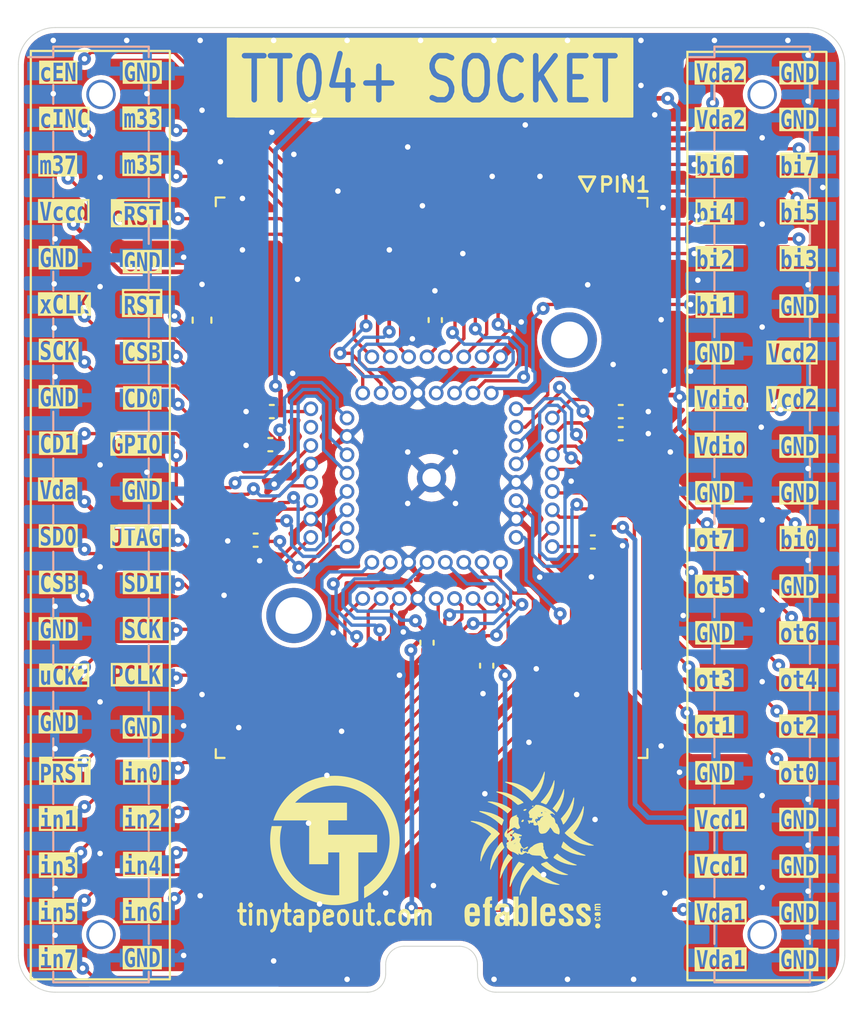
<source format=kicad_pcb>
(kicad_pcb (version 20240108) (generator "pcbnew") (generator_version "8.0")
  (title_block (title "Tiny Tapeout Breakout QFN") (date "2024-04-10") (rev "3.3") (comment 1 "(C) 2023, 2024 Pat Deegan"))
  (layers (0 "F.Cu" signal) (31 "B.Cu" signal) (34 "B.Paste" user) (35 "F.Paste" user) (36 "B.SilkS" user "B.Silkscreen") (37 "F.SilkS" user "F.Silkscreen") (38 "B.Mask" user) (39 "F.Mask" user) (44 "Edge.Cuts" user))
  (net 0 "")
  (net 1 "GND")
  (net 2 "vddio")
  (net 3 "vccd2")
  (net 4 "vccd1")
  (net 5 "vdda1")
  (net 6 "vdda2")
  (net 7 "~{rst}{slash}mio[7]")
  (net 8 "clk{slash}mio[6]")
  (net 9 "usrclk2{slash}mio[5]")
  (net 10 "SCK{slash}mio[4]")
  (net 11 "CSB{slash}mio[3]")
  (net 12 "SDI{slash}mio[2]")
  (net 13 "SDO{slash}mio[1]")
  (net 14 "JTAG{slash}mio[0]")
  (net 15 "ui_in[1]{slash}mio[9]")
  (net 16 "ui_in[0]{slash}mio[8]")
  (net 17 "ui_in[3]{slash}mio[11]")
  (net 18 "ui_in[2]{slash}mio[10]")
  (net 19 "ui_in[5]{slash}mio[13]")
  (net 20 "ui_in[4]{slash}mio[12]")
  (net 21 "ui_in[7]{slash}mio[15]")
  (net 22 "ui_in[6]{slash}mio[14]")
  (net 23 "uo_out[1]{slash}mio[17]")
  (net 24 "uo_out[0]{slash}mio[16]")
  (net 25 "uo_out[3]{slash}mio[19]")
  (net 26 "uo_out[2]{slash}mio[18]")
  (net 27 "uo_out[5]{slash}mio[21]")
  (net 28 "uo_out[4]{slash}mio[20]")
  (net 29 "uo_out[7]{slash}mio[23]")
  (net 30 "uo_out[6]{slash}mio[22]")
  (net 31 "uio[1]{slash}mio[25]")
  (net 32 "uio[0]{slash}mio[24]")
  (net 33 "uio[3]{slash}mio[27]")
  (net 34 "uio[2]{slash}mio[26]")
  (net 35 "uio[5]{slash}mio[29]")
  (net 36 "uio[4]{slash}mio[28]")
  (net 37 "uio[7]{slash}mio[31]")
  (net 38 "uio[6]{slash}mio[30]")
  (net 39 "mio[33]")
  (net 40 "ctrl_ena{slash}mio[32]")
  (net 41 "gpio")
  (net 42 "Caravel_D0")
  (net 43 "Caravel_CSB")
  (net 44 "~{RST}")
  (net 45 "Caravel_D1")
  (net 46 "xclk")
  (net 47 "mio[35]")
  (net 48 "ctrl_sel_inc{slash}mio[34]")
  (net 49 "Caravel_SCK")
  (net 50 "mio[37]")
  (net 51 "~{ctrl_sel_rst}{slash}mio[36]")
  (net 52 "vdda")
  (net 53 "vccd")
  (footprint "Capacitor_SMD:C_0402_1005Metric" (layer "F.Cu") (at 80.8 39.6 180)
    (property "Reference" "C7" (hide yes))
    (property "Value" "0.1uf" (hide yes))
  )
  (footprint "Capacitor_SMD:C_0402_1005Metric" (layer "F.Cu") (at 79.28 45.5 180)
    (property "Reference" "C1" (hide yes))
    (property "Value" "0.1uf" (hide yes))
  )
  (footprint "Capacitor_SMD:C_0402_1005Metric" (layer "F.Cu") (at 70.25 50.98 -90)
    (property "Reference" "C2" (hide yes))
    (property "Value" "0.1uf")
  )
  (footprint "Capacitor_SMD:C_0402_1005Metric" (layer "F.Cu") (at 61.8 38.4)
    (property "Reference" "C6" (hide yes))
    (property "Value" "0.1uf" (hide yes))
  )
  (footprint "Capacitor_SMD:C_0402_1005Metric" (layer "F.Cu") (at 61.72 40.2)
    (property "Reference" "C4" (hide yes))
    (property "Value" "0.1uf" (hide yes))
  )
  (footprint "Capacitor_SMD:C_0402_1005Metric" (layer "F.Cu") (at 60.92 45.4 180)
    (property "Reference" "C3" (hide yes))
    (property "Value" "0.1uf")
  )
  (footprint "Capacitor_SMD:C_0402_1005Metric" (layer "F.Cu") (at 70.7 33.42 -90)
    (property "Reference" "C5" (hide yes))
    (property "Value" "0.1uf" (hide yes))
  )
  (footprint "Socket:ef_logo" (layer "F.Cu") (at 75.94 65.664)
    (property "Reference" "EFABTXT" (hide yes))
    (property "Value" "Logo" (hide yes))
  )
  (footprint "Socket:StitchingVia-0.3mm" (layer "F.Cu") (at 73.4 59.2)
    (property "Reference" "STITCH17" (hide yes))
    (property "Value" "StitchingVia-0.3mm" (hide yes))
  )
  (footprint "Socket:StitchingVia-0.3mm" (layer "F.Cu") (at 69.9 18.2)
    (property "Reference" "STITCH6" (hide yes))
    (property "Value" "StitchingVia-0.3mm" (hide yes))
  )
  (footprint "Socket:StitchingVia-0.3mm" (layer "F.Cu") (at 69.2 43.4)
    (property "Reference" "STITCH1" (hide yes))
    (property "Value" "StitchingVia-0.3mm" (hide yes))
  )
  (footprint "Socket:StitchingVia-0.3mm" (layer "F.Cu") (at 71.8 40.6)
    (property "Reference" "STITCH1" (hide yes))
    (property "Value" "StitchingVia-0.3mm" (hide yes))
  )
  (footprint "Socket:StitchingVia-0.3mm" (layer "F.Cu") (at 64.4 65.2)
    (property "Reference" "STITCH17" (hide yes))
    (property "Value" "StitchingVia-0.3mm" (hide yes))
  )
  (footprint "Socket:StitchingVia-0.3mm" (layer "F.Cu") (at 79.2 47.4)
    (property "Reference" "STITCH17" (hide yes))
    (property "Value" "StitchingVia-0.3mm" (hide yes))
  )
  (footprint "Socket:StitchingVia-0.3mm" (layer "F.Cu") (at 88.5 53.1)
    (property "Reference" "STITCH17" (hide yes))
    (property "Value" "StitchingVia-0.3mm" (hide yes))
  )
  (footprint "Socket:StitchingVia-0.3mm" (layer "F.Cu") (at 70.6 64.2)
    (property "Reference" "STITCH1" (hide yes))
    (property "Value" "StitchingVia-0.3mm" (hide yes))
  )
  (footprint "Socket:StitchingVia-0.3mm" (layer "F.Cu") (at 49.95 31.45)
    (property "Reference" "STITCH17" (hide yes))
    (property "Value" "StitchingVia-0.3mm" (hide yes))
  )
  (footprint "Socket:StitchingVia-0.3mm" (layer "F.Cu") (at 57.9 18.2)
    (property "Reference" "STITCH3" (hide yes))
    (property "Value" "StitchingVia-0.3mm" (hide yes))
  )
  (footprint "Socket:StitchingVia-0.3mm" (layer "F.Cu") (at 81.9 20.65)
    (property "Reference" "STITCH1" (hide yes))
    (property "Value" "StitchingVia-0.3mm" (hide yes))
  )
  (footprint "Socket:StitchingVia-0.3mm" (layer "F.Cu") (at 65.4 26.4)
    (property "Reference" "STITCH17" (hide yes))
    (property "Value" "StitchingVia-0.3mm" (hide yes))
  )
  (footprint "Socket:StitchingVia-0.3mm" (layer "F.Cu") (at 88.5 28.2)
    (property "Reference" "STITCH17" (hide yes))
    (property "Value" "StitchingVia-0.3mm" (hide yes))
  )
  (footprint "Capacitor_SMD:C_0402_1005Metric" (layer "F.Cu") (at 80.8 38.4 180)
    (property "Reference" "C11" (hide yes))
    (property "Value" "0.1uf" (hide yes))
  )
  (footprint "Socket:StitchingVia-0.3mm" (layer "F.Cu") (at 59.2 48.4)
    (property "Reference" "STITCH17" (hide yes))
    (property "Value" "StitchingVia-0.3mm" (hide yes))
  )
  (footprint "Fiducial:Fiducial_1mm_Mask2mm" (layer "F.Cu") (at 83.35 19.25)
    (property "Reference" "FID2" (hide yes))
    (property "Value" "Fiducial")
  )
  (footprint "Socket:StitchingVia-0.3mm" (layer "F.Cu") (at 82.65 22.25)
    (property "Reference" "STITCH1" (hide yes))
    (property "Value" "StitchingVia-0.3mm" (hide yes))
  )
  (footprint "Socket:StitchingVia-0.3mm" (layer "F.Cu") (at 69.2 24)
    (property "Reference" "STITCH1" (hide yes))
    (property "Value" "StitchingVia-0.3mm" (hide yes))
  )
  (footprint "Socket:StitchingVia-0.3mm" (layer "F.Cu") (at 52.45 25.65)
    (property "Reference" "STITCH17" (hide yes))
    (property "Value" "StitchingVia-0.3mm" (hide yes))
  )
  (footprint "Socket:StitchingVia-0.3mm" (layer "F.Cu") (at 69.2 40.6)
    (property "Reference" "STITCH1" (hide yes))
    (property "Value" "StitchingVia-0.3mm" (hide yes))
  )
  (footprint "Socket:StitchingVia-0.3mm" (layer "F.Cu") (at 49.9 21.1)
    (property "Reference" "STITCH17" (hide yes))
    (property "Value" "StitchingVia-0.3mm" (hide yes))
  )
  (footprint "Socket:StitchingVia-0.3mm" (layer "F.Cu") (at 73.8 25.6)
    (property "Reference" "STITCH17" (hide yes))
    (property "Value" "StitchingVia-0.3mm" (hide yes))
  )
  (footprint "Socket:StitchingVia-0.3mm" (layer "F.Cu") (at 58 53.8)
    (property "Reference" "STITCH17" (hide yes))
    (property "Value" "StitchingVia-0.3mm" (hide yes))
  )
  (footprint "Socket:StitchingVia-0.3mm" (layer "F.Cu") (at 68.2 29.6)
    (property "Reference" "STITCH17" (hide yes))
    (property "Value" "StitchingVia-0.3mm" (hide yes))
  )
  (footprint "Socket:StitchingVia-0.3mm" (layer "F.Cu") (at 78.4 53.8)
    (property "Reference" "STITCH17" (hide yes))
    (property "Value" "StitchingVia-0.3mm" (hide yes))
  )
  (footprint "Socket:StitchingVia-0.3mm" (layer "F.Cu") (at 60.2 26.8)
    (property "Reference" "STITCH17" (hide yes))
    (property "Value" "StitchingVia-0.3mm" (hide yes))
  )
  (footprint "Socket:StitchingVia-0.3mm" (layer "F.Cu") (at 68 64.6)
    (property "Reference" "STITCH17" (hide yes))
    (property "Value" "StitchingVia-0.3mm" (hide yes))
  )
  (footprint "Socket:StitchingVia-0.3mm" (layer "F.Cu") (at 57.9 64.75)
    (property "Reference" "STITCH3" (hide yes))
    (property "Value" "StitchingVia-0.3mm" (hide yes))
  )
  (footprint "Socket:StitchingVia-0.3mm" (layer "F.Cu") (at 63.2 31.2)
    (property "Reference" "STITCH17" (hide yes))
    (property "Value" "StitchingVia-0.3mm" (hide yes))
  )
  (footprint "Socket:StitchingVia-0.3mm" (layer "F.Cu") (at 65.145 50.442)
    (property "Reference" "STITCH17" (hide yes))
    (property "Value" "StitchingVia-0.3mm" (hide yes))
  )
  (footprint "Socket:StitchingVia-0.3mm" (layer "F.Cu") (at 65.9 69.3)
    (property "Reference" "STITCH13" (hide yes))
    (property "Value" "StitchingVia-0.3mm" (hide yes))
  )
  (footprint "Socket:StitchingVia-0.3mm" (layer "F.Cu") (at 50 64.35)
    (property "Reference" "STITCH17" (hide yes))
    (property "Value" "StitchingVia-0.3mm" (hide yes))
  )
  (footprint "Socket:StitchingVia-0.3mm" (layer "F.Cu") (at 91.8 26.2)
    (property "Reference" "STITCH17" (hide yes))
    (property "Value" "StitchingVia-0.3mm" (hide yes))
  )
  (footprint "Socket:StitchingVia-0.3mm" (layer "F.Cu") (at 52.45 54.2)
    (property "Reference" "STITCH17" (hide yes))
    (property "Value" "StitchingVia-0.3mm" (hide yes))
  )
  (footprint "Socket:StitchingVia-0.3mm" (layer "F.Cu") (at 83 33.4)
    (property "Reference" "" (hide yes))
    (property "Value" "StitchingVia-0.3mm" (hide yes))
  )
  (footprint "Socket:StitchingVia-0.3mm" (layer "F.Cu") (at 52.45 62.45)
    (property "Reference" "STITCH17" (hide yes))
    (property "Value" "StitchingVia-0.3mm" (hide yes))
  )
  (footprint "Socket:StitchingVia-0.3mm" (layer "F.Cu") (at 58 22)
    (property "Reference" "STITCH17" (hide yes))
    (property "Value" "StitchingVia-0.3mm" (hide yes))
  )
  (footprint "Socket:StitchingVia-0.3mm" (layer "F.Cu") (at 70 27.2)
    (property "Reference" "STITCH17" (hide yes))
    (property "Value" "StitchingVia-0.3mm" (hide yes))
  )
  (footprint "Fiducial:Fiducial_1mm_Mask2mm" (layer "F.Cu") (at 59 67.85)
    (property "Reference" "FID1" (hide yes))
    (property "Value" "Fiducial")
  )
  (footprint "Socket:StitchingVia-0.3mm" (layer "F.Cu") (at 49.9 18.2)
    (property "Reference" "STITCH1" (hide yes))
    (property "Value" "StitchingVia-0.3mm" (hide yes))
  )
  (footprint "Capacitor_SMD:C_0402_1005Metric" (layer "F.Cu") (at 73.5 52.23 -90)
    (property "Reference" "C10" (hide yes))
    (property "Value" "0.1uf" (hide yes))
  )
  (footprint "Socket:StitchingVia-0.3mm" (layer "F.Cu") (at 61.9 18.2)
    (property "Reference" "STITCH4" (hide yes))
    (property "Value" "StitchingVia-0.3mm" (hide yes))
  )
  (footprint "Socket:StitchingVia-0.3mm" (layer "F.Cu") (at 83.2 64.6)
    (property "Reference" "STITCH17" (hide yes))
    (property "Value" "StitchingVia-0.3mm" (hide yes))
  )
  (footprint "Socket:StitchingVia-0.3mm" (layer "F.Cu") (at 64.8 58.2)
    (property "Reference" "STITCH17" (hide yes))
    (property "Value" "StitchingVia-0.3mm" (hide yes))
  )
  (footprint "Socket:ef_logo_graphical" (layer "F.Cu") (at 75.94 61.364)
    (property "Reference" "EFABLOG" (hide yes))
    (property "Value" "Logo" (hide yes))
  )
  (footprint "Socket:StitchingVia-0.3mm" (layer "F.Cu") (at 83.1 27.3)
    (property "Reference" "STITCH17" (hide yes))
    (property "Value" "StitchingVia-0.3mm" (hide yes))
  )
  (footprint "Socket:StitchingVia-0.3mm" (layer "F.Cu") (at 88.5 64.3)
    (property "Reference" "STITCH17" (hide yes))
    (property "Value" "StitchingVia-0.3mm" (hide yes))
  )
  (footprint "Socket:StitchingVia-0.3mm" (layer "F.Cu") (at 52.45 46.85)
    (property "Reference" "STITCH17" (hide yes))
    (property "Value" "StitchingVia-0.3mm" (hide yes))
  )
  (footprint "Socket:StitchingVia-0.3mm" (layer "F.Cu") (at 88.5 59.3)
    (property "Reference" "STITCH17" (hide yes))
    (property "Value" "StitchingVia-0.3mm" (hide yes))
  )
  (footprint "Socket:StitchingVia-0.3mm" (layer "F.Cu") (at 71.8 43.4)
    (property "Reference" "STITCH1" (hide yes))
    (property "Value" "StitchingVia-0.3mm" (hide yes))
  )
  (footprint "Socket:StitchingVia-0.3mm" (layer "F.Cu") (at 52.45 31.6)
    (property "Reference" "STITCH17" (hide yes))
    (property "Value" "StitchingVia-0.3mm" (hide yes))
  )
  (footprint "Socket:Socket-QFN-64-1EP_9x9mm_P0.5mm" (layer "F.Cu") (at 70.5 42 180)
    (property "Reference" "U1" (hide yes))
    (property "Value" "Caravel_QFN_Socket")
  )
  (footprint "Socket:StitchingVia-0.3mm" (layer "F.Cu") (at 88.5 49.2)
    (property "Reference" "STITCH17" (hide yes))
    (property "Value" "StitchingVia-0.3mm" (hide yes))
  )
  (footprint "Socket:StitchingVia-0.3mm" (layer "F.Cu") (at 63 24.4)
    (property "Reference" "STITCH1" (hide yes))
    (property "Value" "StitchingVia-0.3mm" (hide yes))
  )
  (footprint "Socket:StitchingVia-0.3mm" (layer "F.Cu") (at 65.6 55.8)
    (property "Reference" "STITCH17" (hide yes))
    (property "Value" "StitchingVia-0.3mm" (hide yes))
  )
  (footprint "Socket:StitchingVia-0.3mm" (layer "F.Cu") (at 60.2 29.6)
    (property "Reference" "STITCH17" (hide yes))
    (property "Value" "StitchingVia-0.3mm" (hide yes))
  )
  (footprint "Socket:StitchingVia-0.3mm" (layer "F.Cu") (at 65.9 18.2)
    (property "Reference" "STITCH5" (hide yes))
    (property "Value" "StitchingVia-0.3mm" (hide yes))
  )
  (footprint "Socket:TT_logo" (layer "F.Cu") (at 65.272 61.794)
    (property "Reference" "REF**" (hide yes))
    (property "Value" "TT_logo")
  )
  (footprint "Socket:StitchingVia-0.3mm" (layer "F.Cu") (at 76.2 52.4)
    (property "Reference" "" (hide yes))
    (property "Value" "StitchingVia-0.3mm" (hide yes))
  )
  (footprint "Socket:StitchingVia-0.3mm" (layer "F.Cu") (at 77.9 69.3)
    (property "Reference" "STITCH16" (hide yes))
    (property "Value" "StitchingVia-0.3mm" (hide yes))
  )
  (footprint "Fiducial:Fiducial_1mm_Mask2mm" (layer "F.Cu") (at 83 68)
    (property "Reference" "FID3" (hide yes))
    (property "Value" "Fiducial")
  )
  (footprint "Socket:StitchingVia-0.3mm" (layer "F.Cu") (at 80.385 35.837)
    (property "Reference" "STITCH17" (hide yes))
    (property "Value" "StitchingVia-0.3mm" (hide yes))
  )
  (footprint "Socket:StitchingVia-0.3mm" (layer "F.Cu") (at 83.5 40.6)
    (property "Reference" "STITCH17" (hide yes))
    (property "Value" "StitchingVia-0.3mm" (hide yes))
  )
  (footprint "Capacitor_SMD:C_0603_1608Metric" (layer "F.Cu") (at 58 33.425 90)
    (property "Reference" "C8" (hide yes))
    (property "Value" "1u")
  )
  (footprint "Socket:StitchingVia-0.3mm" (layer "F.Cu") (at 72.2 29.8)
    (property "Reference" "STITCH17" (hide yes))
    (property "Value" "StitchingVia-0.3mm" (hide yes))
  )
  (footprint "Socket:StitchingVia-0.3mm" (layer "F.Cu") (at 77.9 18.2)
    (property "Reference" "STITCH8" (hide yes))
    (property "Value" "StitchingVia-0.3mm" (hide yes))
  )
  (footprint "Socket:StitchingVia-0.3mm" (layer "F.Cu") (at 79 31.5)
    (property "Reference" "STITCH17" (hide yes))
    (property "Value" "StitchingVia-0.3mm" (hide yes))
  )
  (footprint "Socket:StitchingVia-0.3mm" (layer "F.Cu") (at 49.95 33.85)
    (property "Reference" "STITCH17" (hide yes))
    (property "Value" "StitchingVia-0.3mm" (hide yes))
  )
  (footprint "Socket:StitchingVia-0.3mm" (layer "F.Cu") (at 88.5 23.5)
    (property "Reference" "STITCH17" (hide yes))
    (property "Value" "StitchingVia-0.3mm" (hide yes))
  )
  (footprint "Socket:StitchingVia-0.3mm" (layer "F.Cu") (at 76.6 63.6)
    (property "Reference" "STITCH1" (hide yes))
    (property "Value" "StitchingVia-0.3mm" (hide yes))
  )
  (footprint "Socket:StitchingVia-0.3mm" (layer "F.Cu") (at 88.5 33.8)
    (property "Reference" "STITCH17" (hide yes))
    (property "Value" "StitchingVia-0.3mm" (hide yes))
  )
  (footprint "Socket:StitchingVia-0.3mm" (layer "F.Cu") (at 75.6 22.8)
    (property "Reference" "STITCH17" (hide yes))
    (property "Value" "StitchingVia-0.3mm" (hide yes))
  )
  (footprint "Socket:StitchingVia-0.3mm" (layer "F.Cu") (at 61.8 23.2)
    (property "Reference" "STITCH17" (hide yes))
    (property "Value" "StitchingVia-0.3mm" (hide yes))
  )
  (footprint "Socket:StitchingVia-0.3mm" (layer "F.Cu") (at 53.9 18.2)
    (property "Reference" "STITCH2" (hide yes))
    (property "Value" "StitchingVia-0.3mm" (hide yes))
  )
  (footprint "Socket:StitchingVia-0.3mm" (layer "F.Cu") (at 81 25.6)
    (property "Reference" "STITCH17" (hide yes))
    (property "Value" "StitchingVia-0.3mm" (hide yes))
  )
  (footprint "Socket:StitchingVia-0.3mm" (layer "F.Cu") (at 83 56.6)
    (property "Reference" "STITCH17" (hide yes))
    (property "Value" "StitchingVia-0.3mm" (hide yes))
  )
  (footprint "Socket:StitchingVia-0.3mm" (layer "F.Cu") (at 63.8 60.8)
    (property "Reference" "STITCH17" (hide yes))
    (property "Value" "StitchingVia-0.3mm" (hide yes))
  )
  (footprint "Socket:StitchingVia-0.3mm" (layer "F.Cu") (at 88.45 39.25)
    (property "Reference" "STITCH17" (hide yes))
    (property "Value" "StitchingVia-0.3mm" (hide yes))
  )
  (footprint "Socket:StitchingVia-0.3mm" (layer "F.Cu") (at 52.45 41.3)
    (property "Reference" "STITCH17" (hide yes))
    (property "Value" "StitchingVia-0.3mm" (hide yes))
  )
  (footprint "Socket:StitchingVia-0.3mm" (layer "F.Cu") (at 88.5 44.3)
    (property "Reference" "STITCH17" (hide yes))
    (property "Value" "StitchingVia-0.3mm" (hide yes))
  )
  (footprint "Socket:StitchingVia-0.3mm" (layer "F.Cu") (at 73.9 18.2)
    (property "Reference" "STITCH7" (hide yes))
    (property "Value" "StitchingVia-0.3mm" (hide yes))
  )
  (footprint "Socket:StitchingVia-0.3mm" (layer "F.Cu") (at 85 31.25)
    (property "Reference" "STITCH17" (hide yes))
    (property "Value" "StitchingVia-0.3mm" (hide yes))
  )
  (footprint "Socket:StitchingVia-0.3mm" (layer "F.Cu") (at 50 66.9)
    (property "Reference" "STITCH17" (hide yes))
    (property "Value" "StitchingVia-0.3mm" (hide yes))
  )
  (footprint "Socket:StitchingVia-0.3mm" (layer "F.Cu") (at 81.9 18.2)
    (property "Reference" "STITCH9" (hide yes))
    (property "Value" "StitchingVia-0.3mm" (hide yes))
  )
  (footprint "Socket:StitchingVia-0.3mm" (layer "F.Cu") (at 79.4 60.6)
    (property "Reference" "STITCH1" (hide yes))
    (property "Value" "StitchingVia-0.3mm" (hide yes))
  )
  (footprint "Socket:StitchingVia-0.3mm" (layer "F.Cu") (at 85.9 18.2)
    (property "Reference" "STITCH10" (hide yes))
    (property "Value" "StitchingVia-0.3mm" (hide yes))
  )
  (footprint "Socket:StitchingVia-0.3mm" (layer "F.Cu") (at 60 55.6)
    (property "Reference" "STITCH17" (hide yes))
    (property "Value" "StitchingVia-0.3mm" (hide yes))
  )
  (footprint "Socket:StitchingVia-0.3mm" (layer "F.Cu") (at 59 24.8)
    (property "Reference" "STITCH17" (hide yes))
    (property "Value" "StitchingVia-0.3mm" (hide yes))
  )
  (footprint "Socket:StitchingVia-0.3mm" (layer "F.Cu") (at 75.8 56.4)
    (property "Reference" "STITCH17" (hide yes))
    (property "Value" "StitchingVia-0.3mm" (hide yes))
  )
  (footprint "Socket:StitchingVia-0.3mm" (layer "F.Cu") (at 81.5 69.3)
    (property "Reference" "STITCH17" (hide yes))
    (property "Value" "StitchingVia-0.3mm" (hide yes))
  )
  (footprint "Socket:StitchingVia-0.3mm" (layer "F.Cu") (at 73.9 69.3)
    (property "Reference" "STITCH15" (hide yes))
    (property "Value" "StitchingVia-0.3mm" (hide yes))
  )
  (footprint "Socket:StitchingVia-0.3mm" (layer "F.Cu") (at 89.9 18.2)
    (property "Reference" "STITCH11" (hide yes))
    (property "Value" "StitchingVia-0.3mm" (hide yes))
  )
  (footprint "Socket:StitchingVia-0.3mm" (layer "F.Cu") (at 76.4 25.6)
    (property "Reference" "STITCH17" (hide yes))
    (property "Value" "StitchingVia-0.3mm" (hide yes))
  )
  (footprint "Socket:StitchingVia-0.3mm" (layer "F.Cu") (at 61.9 68.3)
    (property "Reference" "STITCH12" (hide yes))
    (property "Value" "StitchingVia-0.3mm" (hide yes))
  )
  (footprint "Socket:FH-00148_PinSocket_2x20_P2.54mm" (layer "B.Cu") (at 88.5 44 180)
    (property "Reference" "CON2" (hide yes))
    (property "Value" "~")
  )
  (footprint "Socket:FH-00148_PinSocket_2x20_P2.54mm" (layer "B.Cu") (at 52.5 44 180)
    (property "Reference" "CON1" (hide yes))
    (property "Value" "~")
  )
  (gr_rect (start 59.938 18.105266) (end 80.830978 18.459957) (stroke (width 0.1)) (fill solid) (layer "F.SilkS"))
  (gr_rect (start 80.830978 18.105266) (end 81.43718 22.35) (stroke (width 0.1)) (fill solid) (layer "F.SilkS"))
  (gr_poly (pts (xy 78.982529 26.396539) (xy 79.393472 25.621539) (xy 78.543472 25.621539)) (stroke (width 0.15)) (fill none) (layer "F.SilkS"))
  (gr_rect (start 48.67744 18.77256) (end 56.25 69.3) (stroke (width 0.12)) (fill none) (layer "F.SilkS"))
  (gr_rect (start 59.4 18.1) (end 59.9334 22.344734) (stroke (width 0.1)) (fill solid) (layer "F.SilkS"))
  (gr_rect (start 59.819022 21.782043) (end 80.880979 22.35) (stroke (width 0.1)) (fill solid) (layer "F.SilkS"))
  (gr_rect (start 84.42744 18.82256) (end 92 69.35) (stroke (width 0.12)) (fill none) (layer "F.SilkS"))
  (gr_arc (start 74 70) (mid 73.292893 69.707107) (end 73 69) (stroke (width 0.05)) (layer "Edge.Cuts"))
  (gr_line (start 73 69) (end 73 68.5) (stroke (width 0.05)) (layer "Edge.Cuts"))
  (gr_line (start 91 17.5) (end 50 17.5) (stroke (width 0.05)) (layer "Edge.Cuts"))
  (gr_arc (start 48 19.5) (mid 48.585786 18.085786) (end 50 17.5) (stroke (width 0.05)) (layer "Edge.Cuts"))
  (gr_arc (start 93 68) (mid 92.414214 69.414214) (end 91 70) (stroke (width 0.05)) (layer "Edge.Cuts"))
  (gr_line (start 68 68.5) (end 68 69) (stroke (width 0.05)) (layer "Edge.Cuts"))
  (gr_arc (start 68 69) (mid 67.707107 69.707107) (end 67 70) (stroke (width 0.05)) (layer "Edge.Cuts"))
  (gr_line (start 72 67.5) (end 69 67.5) (stroke (width 0.05)) (layer "Edge.Cuts"))
  (gr_arc (start 91 17.5) (mid 92.414214 18.085786) (end 93 19.5) (stroke (width 0.05)) (layer "Edge.Cuts"))
  (gr_arc (start 72 67.5) (mid 72.707107 67.792893) (end 73 68.5) (stroke (width 0.05)) (layer "Edge.Cuts"))
  (gr_arc (start 50 70) (mid 48.585786 69.414214) (end 48 68) (stroke (width 0.05)) (layer "Edge.Cuts"))
  (gr_line (start 93 68) (end 93 19.5) (stroke (width 0.05)) (layer "Edge.Cuts"))
  (gr_line (start 50 70) (end 67 70) (stroke (width 0.05)) (layer "Edge.Cuts"))
  (gr_line (start 48 68) (end 48 19.5) (stroke (width 0.05)) (layer "Edge.Cuts"))
  (gr_arc (start 68 68.5) (mid 68.292893 67.792893) (end 69 67.5) (stroke (width 0.05)) (layer "Edge.Cuts"))
  (gr_line (start 91 70) (end 74 70) (stroke (width 0.05)) (layer "Edge.Cuts"))
  (gr_text "Vdio" (at 84.9 40.96 0) (layer "F.SilkS" knockout) (effects (font (size 1 0.8) (thickness 0.127) (bold yes)) (justify left bottom)))
  (gr_text "c~{RST}" (at 55.75 28.408947 0) (layer "F.SilkS" knockout) (effects (font (size 1 0.8) (thickness 0.127) (bold yes)) (justify right bottom)))
  (gr_text "bi1" (at 84.9 33.34 0) (layer "F.SilkS" knockout) (effects (font (size 1 0.8) (thickness 0.127) (bold yes)) (justify left bottom)))
  (gr_text "CSB" (at 49.15 48.380115 0) (layer "F.SilkS" knockout) (effects (font (size 1 0.8) (thickness 0.127) (bold yes)) (justify left bottom)))
  (gr_text "Vda" (at 49.15 43.329185 0) (layer "F.SilkS" knockout) (effects (font (size 1 0.8) (thickness 0.127) (bold yes)) (justify left bottom)))
  (gr_text "Vcd1" (at 84.9 61.28 0) (layer "F.SilkS" knockout) (effects (font (size 1 0.8) (thickness 0.127) (bold yes)) (justify left bottom)))
  (gr_text "in2" (at 55.75 61.267194 0) (layer "F.SilkS" knockout) (effects (font (size 1 0.8) (thickness 0.127) (bold yes)) (justify right bottom)))
  (gr_text "PCLK" (at 55.75 53.4 0) (layer "F.SilkS" knockout) (effects (font (size 1 0.8) (thickness 0.127) (bold yes)) (justify right bottom)))
  (gr_text "Vccd" (at 49.15 28.176395 0) (layer "F.SilkS" knockout) (effects (font (size 1 0.8) (thickness 0.127) (bold yes)) (justify left bottom)))
  (gr_text "GND" (at 49.15 38.278255 0) (layer "F.SilkS" knockout) (effects (font (size 1 0.8) (thickness 0.127) (bold yes)) (justify left bottom)))
  (gr_text "GND" (at 91.5 63.82 0) (layer "F.SilkS" knockout) (effects (font (size 1 0.8) (thickness 0.127) (bold yes)) (justify right bottom)))
  (gr_text "tinytapeout.com" (at 65.272 66.444 0) (layer "F.SilkS") (effects (font (size 1.1 0.9) (thickness 0.18) (bold yes)) (justify bottom)))
  (gr_text "Vcd2" (at 91.5 38.42 0) (layer "F.SilkS" knockout) (effects (font (size 1.05 0.8) (thickness 0.127) (bold yes)) (justify right bottom)))
  (gr_text "ot3" (at 84.9 53.66 0) (layer "F.SilkS" knockout) (effects (font (size 1 0.8) (thickness 0.127) (bold yes)) (justify left bottom)))
  (gr_text "GND" (at 91.5 23.18 0) (layer "F.SilkS" knockout) (effects (font (size 1 0.8) (thickness 0.127) (bold yes)) (justify right bottom)))
  (gr_text "Vda2" (at 84.9 23.18 0) (layer "F.SilkS" knockout) (effects (font (size 1 0.8) (thickness 0.127) (bold yes)) (justify left bottom)))
  (gr_text "GND" (at 84.9 35.88 0) (layer "F.SilkS" knockout) (effects (font (size 1 0.8) (thickness 0.127) (bold yes)) (justify left bottom)))
  (gr_text "GND" (at 84.9 51.12 0) (layer "F.SilkS" knockout) (effects (font (size 1 0.8) (thickness 0.127) (bold yes)) (justify left bottom)))
  (gr_text "ot0" (at 91.5 58.74 0) (layer "F.SilkS" knockout) (effects (font (size 1 0.8) (thickness 0.127) (bold yes)) (justify right bottom)))
  (gr_text "GND" (at 55.75 56.245334 0) (layer "F.SilkS" knockout) (effects (font (size 1 0.8) (thickness 0.127) (bold yes)) (justify right bottom)))
  (gr_text "GND" (at 49.15 30.70186 0) (layer "F.SilkS" knockout) (effects (font (size 1 0.8) (thickness 0.127) (bold yes)) (justify left bottom)))
  (gr_text "in4" (at 55.75 63.778124 0) (layer "F.SilkS" knockout) (effects (font (size 1 0.8) (thickness 0.127) (bold yes)) (justify right bottom)))
  (gr_text "bi0" (at 91.5 46.04 0) (layer "F.SilkS" knockout) (effects (font (size 1 0.8) (thickness 0.127) (bold yes)) (justify right bottom)))
  (gr_text "in3" (at 49.15 63.809062 0) (layer "F.SilkS" knockout) (effects (font (size 1 0.8) (thickness 0.127) (bold yes)) (justify left bottom)))
  (gr_text "P~{RST}" (at 49.15 58.758132 0) (layer "F.SilkS" knockout) (effects (font (size 1 0.8) (thickness 0.127) (bold yes)) (justify left bottom)))
  (gr_text "SCK" (at 55.75 50.88907 0) (layer "F.SilkS" knockout) (effects (font (size 1 0.8) (thickness 0.127) (bold yes)) (justify right bottom)))
  (gr_text "JTAG" (at 55.75 45.86721 0) (layer "F.SilkS" knockout) (effects (font (size 1 0.8) (thickness 0.127) (bold yes)) (justify right bottom)))
  (gr_text "~{RST}" (at 55.75 33.3 0) (layer "F.SilkS" knockout) (effects (font (size 1 0.8) (thickness 0.127) (bold yes)) (justify right bottom)))
  (gr_text "GND" (at 91.5 61.28 0) (layer "F.SilkS" knockout) (effects (font (size 1 0.8) (thickness 0.127) (bold yes)) (justify right bottom)))
  (gr_text "GND" (at 49.15 50.90558 0) (layer "F.SilkS" knockout) (effects (font (size 1 0.8) (thickness 0.127) (bold yes)) (justify left bottom)))
  (gr_text "bi6" (at 84.9 25.72 0) (layer "F.SilkS" knockout) (effects (font (size 1 0.8) (thickness 0.127) (bold yes)) (justify left bottom)))
  (gr_text "GND" (at 91.5 33.34 0) (layer "F.SilkS" knockout) (effects (font (size 1 0.8) (thickness 0.127) (bold yes)) (justify right bottom)))
  (gr_text "GND" (at 84.9 43.5 0) (layer "F.SilkS" knockout) (effects (font (size 1 0.8) (thickness 0.127) (bold yes)) (justify left bottom)))
  (gr_text "ot4" (at 91.5 53.66 0) (layer "F.SilkS" knockout) (effects (font (size 1 0.8) (thickness 0.127) (bold yes)) (justify right bottom)))
  (gr_text "SDI" (at 55.75 48.37814 0) (layer "F.SilkS" knockout) (effects (font (size 1 0.8) (thickness 0.127) (bold yes)) (justify right bottom)))
  (gr_text "m37" (at 49.15 25.65093 0) (layer "F.SilkS" knockout) (effects (font (size 1 0.8) (thickness 0.127) (bold yes)) (justify left bottom)))
  (gr_text "Vcd1" (at 84.9 63.82 0) (layer "F.SilkS" knockout) (effects (font (size 1 0.8) (thickness 0.127) (bold yes)) (justify left bottom)))
  (gr_text "in5" (at 49.15 66.334527 0) (layer "F.SilkS" knockout) (effects (font (size 1 0.8) (thickness 0.127) (bold yes)) (justify left bottom)))
  (gr_text "Vda1" (at 84.9 68.9 0) (layer "F.SilkS" knockout) (effects (font (size 1 0.8) (thickness 0.127) (bold yes)) (justify left bottom)))
  (gr_text "Vda2" (at 84.9 20.64 0) (layer "F.SilkS" knockout) (effects (font (size 1 0.8) (thickness 0.127) (bold yes)) (justify left bottom)))
  (gr_text "ot1" (at 84.9 56.2 0) (layer "F.SilkS" knockout) (effects (font (size 1 0.8) (thickness 0.127) (bold yes)) (justify left bottom)))
  (gr_text "GND" (at 91.5 66.36 0) (layer "F.SilkS" knockout) (effects (font (size 1 0.8) (thickness 0.127) (bold yes)) (justify right bottom)))
  (gr_text "PIN1" (at 79.518472 26.521539 0) (layer "F.SilkS") (effects (font (size 0.8 0.8)) (justify left bottom)))
  (gr_text "GPIO" (at 55.75 40.84535 0) (layer "F.SilkS" knockout) (effects (font (size 1 0.8) (thickness 0.127) (bold yes)) (justify right bottom)))
  (gr_text "in1" (at 49.15 61.283597 0) (layer "F.SilkS" knockout) (effects (font (size 1 0.8) (thickness 0.127) (bold yes)) (justify left bottom)))
  (gr_text "cEN" (at 49.15 20.6 0) (layer "F.SilkS" knockout) (effects (font (size 1 0.8) (thickness 0.127) (bold yes)) (justify left bottom)))
  (gr_text "CSB" (at 55.75 35.82349 0) (layer "F.SilkS" knockout) (effects (font (size 1 0.8) (thickness 0.127) (bold yes)) (justify right bottom)))
  (gr_text "TT04+ SOCKET" (at 70.4 21.74 0) (layer "F.SilkS" knockout) (effects (font (size 2.4 1.85) (thickness 0.3)) (justify bottom)))
  (gr_text "in7" (at 49.15 68.86 0) (layer "F.SilkS" knockout) (effects (font (size 1 0.8) (thickness 0.127) (bold yes)) (justify left bottom)))
  (gr_text "GND" (at 55.75 30.919877 0) (layer "F.SilkS" knockout) (effects (font (size 1 0.8) (thickness 0.127) (bold yes)) (justify right bottom)))
  (gr_text "GND" (at 91.5 43.5 0) (layer "F.SilkS" knockout) (effects (font (size 1 0.8) (thickness 0.127) (bold yes)) (justify right bottom)))
  (gr_text "xCLK" (at 49.15 33.227325 0) (layer "F.SilkS" knockout) (effects (font (size 1 0.8) (thickness 0.127) (bold yes)) (justify left bottom)))
  (gr_text "ot7" (at 84.9 46.04 0) (layer "F.SilkS" knockout) (effects (font (size 1 0.8) (thickness 0.127) (bold yes)) (justify left bottom)))
  (gr_text "GND" (at 49.15 55.95651 0) (layer "F.SilkS" knockout) (effects (font (size 1 0.8) (thickness 0.127) (bold yes)) (justify left bottom)))
  (gr_text "Vcd2" (at 91.5 35.88 0) (layer "F.SilkS" knockout) (effects (font (size 1 0.8) (thickness 0.127) (bold yes)) (justify right bottom)))
  (gr_text "bi3" (at 91.5 30.8 0) (layer "F.SilkS" knockout) (effects (font (size 1 0.8) (thickness 0.127) (bold yes)) (justify right bottom)))
  (gr_text "bi7" (at 91.5 25.72 0) (layer "F.SilkS" knockout) (effects (font (size 1 0.8) (thickness 0.127) (bold yes)) (justify right bottom)))
  (gr_text "GND" (at 55.75 43.35628 0) (layer "F.SilkS" knockout) (effects (font (size 1 0.8) (thickness 0.127) (bold yes)) (justify right bottom)))
  (gr_text "GND" (at 91.5 68.9 0) (layer "F.SilkS" knockout) (effects (font (size 1 0.8) (thickness 0.127) (bold yes)) (justify right bottom)))
  (gr_text "CD1" (at 49.15 40.80372 0) (layer "F.SilkS" knockout) (effects (font (size 1 0.8) (thickness 0.127) (bold yes)) (justify left bottom)))
  (gr_text "GND" (at 91.5 20.64 0) (layer "F.SilkS" knockout) (effects (font (size 1 0.8) (thickness 0.127) (bold yes)) (justify right bottom)))
  (gr_text "bi4" (at 84.9 28.26 0) (layer "F.SilkS" knockout) (effects (font (size 1 0.8) (thickness 0.127) (bold yes)) (justify left bottom)))
  (gr_text "ot6" (at 91.5 51.12 0) (layer "F.SilkS" knockout) (effects (font (size 1 0.8) (thickness 0.127) (bold yes)) (justify right bottom)))
  (gr_text "m33" (at 55.75 23.11093 0) (layer "F.SilkS" knockout) (effects (font (size 1 0.8) (thickness 0.127) (bold yes)) (justify right bottom)))
  (gr_text "GND" (at 55.75 20.6 0) (layer "F.SilkS" knockout) (effects (font (size 1 0.8) (thickness 0.127) (bold yes)) (justify right bottom)))
  (gr_text "GND" (at 55.75 68.8 0) (layer "F.SilkS" knockout) (effects (font (size 1 0.8) (thickness 0.127) (bold yes)) (justify right bottom)))
  (gr_text "GND" (at 84.9 58.74 0) (layer "F.SilkS" knockout) (effects (font (size 1 0.8) (thickness 0.127) (bold yes)) (justify left bottom)))
  (gr_text "SCK" (at 49.15 35.75279 0) (layer "F.SilkS" knockout) (effects (font (size 1 0.8) (thickness 0.127) (bold yes)) (justify left bottom)))
  (gr_text "m35" (at 55.75 25.62186 0) (layer "F.SilkS" knockout) (effects (font (size 1 0.8) (thickness 0.127) (bold yes)) (justify right bottom)))
  (gr_text "SDO" (at 49.15 45.85465 0) (layer "F.SilkS" knockout) (effects (font (size 1 0.8) (thickness 0.127) (bold yes)) (justify left bottom)))
  (gr_text "GND" (at 91.5 48.58 0) (layer "F.SilkS" knockout) (effects (font (size 1 0.8) (thickness 0.127) (bold yes)) (justify right bottom)))
  (gr_text "in6" (at 55.75 66.289054 0) (layer "F.SilkS" knockout) (effects (font (size 1 0.8) (thickness 0.127) (bold yes)) (justify right bottom)))
  (gr_text "Vda1" (at 84.9 66.36 0) (layer "F.SilkS" knockout) (effects (font (size 1 0.8) (thickness 0.127) (bold yes)) (justify left bottom)))
  (gr_text "Vdio" (at 84.9 38.42 0) (layer "F.SilkS" knockout) (effects (font (size 1 0.8) (thickness 0.127) (bold yes)) (justify left bottom)))
  (gr_text "bi2" (at 84.9 30.8 0) (layer "F.SilkS" knockout) (effects (font (size 1 0.8) (thickness 0.127) (bold yes)) (justify left bottom)))
  (gr_text "in0" (at 55.75 58.756264 0) (layer "F.SilkS" knockout) (effects (font (size 1 0.8) (thickness 0.127) (bold yes)) (justify right bottom)))
  (gr_text "GND" (at 91.5 40.96 0) (layer "F.SilkS" knockout) (effects (font (size 1 0.8) (thickness 0.127) (bold yes)) (justify right bottom)))
  (gr_text "bi5" (at 91.5 28.26 0) (layer "F.SilkS" knockout) (effects (font (size 1 0.8) (thickness 0.127) (bold yes)) (justify right bottom)))
  (gr_text "ot5" (at 84.9 48.58 0) (layer "F.SilkS" knockout) (effects (font (size 1 0.8) (thickness 0.127) (bold yes)) (justify left bottom)))
  (gr_text "CD0" (at 55.75 38.33442 0) (layer "F.SilkS" knockout) (effects (font (size 1 0.8) (thickness 0.127) (bold yes)) (justify right bottom)))
  (gr_text "ot2" (at 91.5 56.2 0) (layer "F.SilkS" knockout) (effects (font (size 1 0.8) (thickness 0.127) (bold yes)) (justify right bottom)))
  (gr_text "uCK2" (at 49.15 53.431045 0) (layer "F.SilkS" knockout) (effects (font (size 1 0.8) (thickness 0.127) (bold yes)) (justify left bottom)))
  (gr_text "cINC" (at 49.15 23.125465 0) (layer "F.SilkS" knockout) (effects (font (size 1 0.8) (thickness 0.127) (bold yes)) (justify left bottom)))
  (segment (start 68.5 51.4) (end 68.5 52.5) (width 0.254) (layer "F.Cu") (net 1))
  (segment (start 58 32.65) (end 58 31.477) (width 0.254) (layer "F.Cu") (net 1))
  (segment (start 70.7 32.94) (end 70.7 31.842777) (width 0.254) (layer "F.Cu") (net 1))
  (segment (start 56.87 68.13) (end 57 68) (width 0.18) (layer "F.Cu") (net 1))
  (segment (start 63.118799 45.056201) (end 63.925 44.25) (width 0.18) (layer "F.Cu") (net 1))
  (segment (start 73.5 53.55) (end 73.3 53.75) (width 0.254) (layer "F.Cu") (net 1))
  (segment (start 59.44 45.4) (end 59.4 45.44) (width 0.254) (layer "F.Cu") (net 1))
  (segment (start 68.5 50.936541) (end 68.96 50.476541) (width 0.254) (layer "F.Cu") (net 1))
  (segment (start 70.7 31.842777) (end 70.696304 31.842777) (width 0.254) (layer "F.Cu") (net 1))
  (segment (start 61.32 38.4) (end 60.4 38.4) (width 0.254) (layer "F.Cu") (net 1))
  (segment (start 75.813 44.958) (end 75.813 46.837333) (width 0.18) (layer "F.Cu") (net 1))
  (segment (start 62.96912 36.318312) (end 62.935296 36.318312) (width 0.18) (layer "F.Cu") (net 1))
  (segment (start 70.696304 31.842777) (end 70.680159 31.826632) (width 0.254) (layer "F.Cu") (net 1))
  (segment (start 70 33.893) (end 69.453 34.44) (width 0.254) (layer "F.Cu") (net 1))
  (segment (start 57 30.2) (end 57 30) (width 0.18) (layer "F.Cu") (net 1))
  (segment (start 75.38 34.295) (end 75.38 33.657206) (width 0.18) (layer "F.Cu") (net 1))
  (segment (start 81.28 39.6) (end 82.3 39.6) (width 0.254) (layer "F.Cu") (net 1))
  (segment (start 56.93 55.43) (end 57 55.5) (width 0.18) (layer "F.Cu") (net 1))
  (segment (start 79.76 45.5) (end 80.7 45.5) (width 0.254) (layer "F.Cu") (net 1))
  (segment (start 60.44 40.2) (end 60.4 40.24) (width 0.254) (layer "F.Cu") (net 1))
  (segment (start 60.44 45.4) (end 59.44 45.4) (width 0.254) (layer "F.Cu") (net 1))
  (segment (start 64.615 38.2) (end 64.615 37.964192) (width 0.18) (layer "F.Cu") (net 1))
  (segment (start 80.7 45.5) (end 80.9 45.7) (width 0.254) (layer "F.Cu") (net 1))
  (segment (start 63.114 42.061) (end 62.219089 42.061) (width 0.18) (layer "F.Cu") (net 1))
  (segment (start 70 32.506791) (end 70 33.893) (width 0.254) (layer "F.Cu") (net 1))
  (segment (start 84.6 36.2) (end 83.2 36.2) (width 0.254) (layer "F.Cu") (net 1))
  (segment (start 74.25 35.425) (end 75.38 34.295) (width 0.18) (layer "F.Cu") (net 1))
  (segment (start 75.813 46.837333) (end 76.387005 47.411338) (width 0.18) (layer "F.Cu") (net 1))
  (segment (start 64.615 38.47) (end 65.4725 39.3275) (width 0.18) (layer "F.Cu") (net 1))
  (segment (start 74.25 35.425) (end 74.543 35.132) (width 0.18) (layer "F.Cu") (net 1))
  (segment (start 68.5 52.5) (end 68.75 52.75) (width 0.254) (layer "F.Cu") (net 1))
  (segment (start 63.118799 45.518799) (end 62.120608 46.51699) (width 0.18) (layer "F.Cu") (net 1))
  (segment (start 65.4725 39.3275) (end 65.895 39.75) (width 0.18) (layer "F.Cu") (net 1))
  (segment (start 70.25 51.46) (end 68.96 52.75) (width 0.254) (layer "F.Cu") (net 1))
  (segment (start 73.5 52.71) (end 73.5 53.55) (width 0.254) (layer "F.Cu") (net 1))
  (segment (start 56.97 30.03) (end 57 30) (width 0.18) (layer "F.Cu") (net 1))
  (segment (start 63.118799 45.056201) (end 63.118799 45.518799) (width 0.18) (layer "F.Cu") (net 1))
  (segment (start 64.615 37.964192) (end 64.225404 37.574596) (width 0.18) (layer "F.Cu") (net 1))
  (segment (start 62.219089 42.061) (end 61.931678 42.348411) (width 0.18) (layer "F.Cu") (net 1))
  (segment (start 68.96 52.75) (end 68.75 52.75) (width 0.254) (layer "F.Cu") (net 1))
  (segment (start 81.28 38.4) (end 82.3 38.4) (width 0.254) (layer "F.Cu") (net 1))
  (segment (start 64.615 38.47) (end 64.615 38.2) (width 0.18) (layer "F.Cu") (net 1))
  (segment (start 75.38 33.525097) (end 75.380977 33.52412) (width 0.18) (layer "F.Cu") (net 1))
  (segment (start 63.925 41.25) (end 63.114 42.061) (width 0.18) (layer "F.Cu") (net 1))
  (segment (start 69.75 48.575) (end 68.96 49.365) (width 0.18) (layer "F.Cu") (net 1))
  (segment (start 75.105 44.25) (end 75.813 44.958) (width 0.18) (layer "F.Cu") (net 1))
  (segment (start 64.225404 37.574596) (end 62.96912 36.318312) (width 0.18) (layer "F.Cu") (net 1))
  (segment (start 70.680159 31.826632) (end 70 32.506791) (width 0.254) (layer "F.Cu") (net 1))
  (segment (start 75.38 33.657206) (end 75.38 33.525097) (width 0.18) (layer "F.Cu") (net 1))
  (segment (start 68.96 49.365) (end 68.96 50.395342) (width 0.18) (layer "F.Cu") (net 1))
  (segment (start 68.96 50.476541) (end 68.96 50.395342) (width 0.254) (layer "F.Cu") (net 1))
  (segment (start 63.5875 41.5875) (end 63.925 41.25) (width 0.18) (layer "F.Cu") (net 1))
  (segment (start 63.444 41.731) (end 63.5875 41.5875) (width 0.18) (layer "F.Cu") (net 1))
  (segment (start 68.5 51.4) (end 68.5 50.936541) (width 0.254) (layer "F.Cu") (net 1))
  (segment (start 62.120608 46.51699) (end 61.137086 46.51699) (width 0.18) (layer "F.Cu") (net 1))
  (segment (start 61.24 40.2) (end 60.44 40.2) (width 0.254) (layer "F.Cu") (net 1))
  (via (at 82.3 39.6) (size 0.7) (drill 0.3) (layers "F.Cu" "B.Cu") (net 1))
  (via (at 75.380977 33.52412) (size 0.7) (drill 0.3) (layers "F.Cu" "B.Cu") (net 1))
  (via (at 57 55.5) (size 0.7) (drill 0.3) (layers "F.Cu" "B.Cu") (net 1))
  (via (at 50 56.75) (size 0.7) (drill 0.3) (layers "F.Cu" "B.Cu") (net 1))
  (via (at 68.75 52.75) (size 0.7) (drill 0.3) (layers "F.Cu" "B.Cu") (net 1))
  (via (at 91 67) (size 0.7) (drill 0.3) (layers "F.Cu" "B.Cu") (net 1))
  (via (at 91 41.5) (size 0.7) (drill 0.3) (layers "F.Cu" "B.Cu") (net 1))
  (via (at 69.453 34.44) (size 0.7) (drill 0.3) (layers "F.Cu" "B.Cu") (net 1))
  (via (at 91 21.5) (size 0.7) (drill 0.3) (layers "F.Cu" "B.Cu") (net 1))
  (via (at 70.680159 31.826632) (size 0.7) (drill 0.3) (layers "F.Cu" "B.Cu") (net 1))
  (via (at 50 49) (size 0.7) (drill 0.3) (layers "F.Cu" "B.Cu") (net 1))
  (via (at 61.137086 46.51699) (size 0.7) (drill 0.3) (layers "F.Cu" "B.Cu") (net 1))
  (via (at 68.96 50.395342) (size 0.7) (drill 0.3) (layers "F.Cu" "B.Cu") (net 1))
  (via (at 78.099 42.187) (size 0.7) (drill 0.3) (layers "F.Cu" "B.Cu") (net 1))
  (via (at 84.6 36.2) (size 0.7) (drill 0.3) (layers "F.Cu" "B.Cu") (net 1))
  (via (at 55 41.7) (size 0.7) (drill 0.3) (layers "F.Cu" "B.Cu") (net 1))
  (via (at 91 59.5) (size 0.7) (drill 0.3) (layers "F.Cu" "B.Cu") (net 1))
  (via (at 76.387005 47.411338) (size 0.7) (drill 0.3) (layers "F.Cu" "B.Cu") (net 1))
  (via (at 50 29) (size 0.7) (drill 0.3) (layers "F.Cu" "B.Cu") (net 1))
  (via (at 57 30) (size 0.7) (drill 0.3) (layers "F.Cu" "B.Cu") (net 1))
  (via (at 73.3 53.75) (size 0.7) (drill 0.3) (layers "F.Cu" "B.Cu") (net 1))
  (via (at 62.935296 36.318312) (size 0.7) (drill 0.3) (layers "F.Cu" "B.Cu") (net 1))
  (via (at 82.3 38.4) (size 0.7) (drill 0.3) (layers "F.Cu" "B.Cu") (net 1))
  (via (at 61.931678 42.348411) (size 0.7) (drill 0.3) (layers "F.Cu" "B.Cu") (net 1))
  (via (at 57 68) (size 0.7) (drill 0.3) (layers "F.Cu" "B.Cu") (net 1))
  (via (at 91 46.5) (size 0.7) (drill 0.3) (layers "F.Cu" "B.Cu") (net 1))
  (via (at 60.4 40.24) (size 0.7) (drill 0.3) (layers "F.Cu" "B.Cu") (net 1))
  (via (at 60.4 38.4) (size 0.7) (drill 0.3) (layers "F.Cu" "B.Cu") (net 1))
  (via (at 59.4 45.44) (size 0.7) (drill 0.3) (layers "F.Cu" "B.Cu") (net 1))
  (via (at 80.9 45.7) (size 0.7) (drill 0.3) (layers "F.Cu" "B.Cu") (net 1))
  (via (at 84.2 49.5) (size 0.7) (drill 0.3) (layers "F.Cu" "B.Cu") (net 1))
  (via (at 91 19) (size 0.7) (drill 0.3) (layers "F.Cu" "B.Cu") (net 1))
  (via (at 83.2 36.2) (size 0.7) (drill 0.3) (layers "F.Cu" "B.Cu") (net 1))
  (via (at 50 36.5) (size 0.7) (drill 0.3) (layers "F.Cu" "B.Cu") (net 1))
  (via (at 84 58.03) (size 0.7) (drill 0.3) (layers "F.Cu" "B.Cu") (net 1))
  (via (at 55 21.1) (size 0.7) (drill 0.3) (layers "F.Cu" "B.Cu") (net 1))
  (via (at 91 31.5) (size 0.7) (drill 0.3) (layers "F.Cu" "B.Cu") (net 1))
  (via (at 91 62) (size 0.7) (drill 0.3) (layers "F.Cu" "B.Cu") (net 1))
  (via (at 91 64.5) (size 0.7) (drill 0.3) (layers "F.Cu" "B.Cu") (net 1))
  (via (at 58 31.477) (size 0.7) (drill 0.3) (layers "F.Cu" "B.Cu") (net 1))
  (segment (start 77.360808 46.44) (end 77.765 46.035808) (width 0.18) (layer "B.Cu") (net 1))
  (segment (start 75.105 42.25) (end 76.385 43.53) (width 0.18) (layer "B.Cu") (net 1))
  (segment (start 65.68 48.131791) (end 65.68 49.01821) (width 0.18) (layer "B.Cu") (net 1))
  (segment (start 66.30679 49.645) (end 68.209658 49.645) (width 0.18) (layer "B.Cu") (net 1))
  (segment (start 65.68 49.01821) (end 66.30679 49.645) (width 0.18) (layer "B.Cu") (net 1))
  (segment (start 76.387005 47.411338) (end 77.5166 47.411338) (width 0.254) (layer "B.Cu") (net 1))
  (segment (start 77.765 42.521) (end 78.099 42.187) (width 0.18) (layer "B.Cu") (net 1))
  (segment (start 66.964192 34.735) (end 69.168 34.735) (width 0.18) (layer "B.Cu") (net 1))
  (segment (start 76.385 43.53) (end 76.385 46.035808) (width 0.18) (layer "B.Cu") (net 1))
  (segment (start 69.168 34.735) (end 69.463 34.44) (width 0.18) (layer "B.Cu") (net 1))
  (segment (start 69.25 46.605) (end 68.35 47.505) (width 0.18) (layer "B.Cu") (net 1))
  (segment (start 76.385 46.035808) (end 76.789192 46.44) (width 0.18) (layer "B.Cu") (net 1))
  (segment (start 66.30679 47.505) (end 68.35 47.505) (width 0.18) (layer "B.Cu") (net 1))
  (segment (start 77.5166 47.411338) (end 79.227936 45.7) (width 0.254) (layer "B.Cu") (net 1))
  (segment (start 68.47 36.115) (end 66.964192 36.115) (width 0.18) (layer "B.Cu") (net 1))
  (segment (start 66.56 35.710808) (end 66.56 35.139192) (width 0.18) (layer "B.Cu") (net 1))
  (segment (start 66.30679 47.505) (end 65.68 48.131791) (width 0.18) (layer "B.Cu") (net 1))
  (segment (start 69.75 37.395) (end 68.47 36.115) (width 0.18) (layer "B.Cu") (net 1))
  (segment (start 66.56 35.139192) (end 66.964192 34.735) (width 0.18) (layer "B.Cu") (net 1))
  (segment (start 69.453 34.45) (end 69.453 34.44) (width 0.18) (layer "B.Cu") (net 1))
  (segment (start 79.227936 45.7) (end 80.9 45.7) (width 0.254) (layer "B.Cu") (net 1))
  (segment (start 68.209658 49.645) (end 68.96 50.395342) (width 0.18) (layer "B.Cu") (net 1))
  (segment (start 76.789192 46.44) (end 77.360808 46.44) (width 0.18) (layer "B.Cu") (net 1))
  (segment (start 85.69 35.11) (end 84.6 36.2) (width 0.254) (layer "B.Cu") (net 1))
  (segment (start 77.765 46.035808) (end 77.765 42.521) (width 0.18) (layer "B.Cu") (net 1))
  (segment (start 85.98 35.11) (end 85.69 35.11) (width 0.254) (layer "B.Cu") (net 1))
  (segment (start 69.168 34.735) (end 69.453 34.45) (width 0.18) (layer "B.Cu") (net 1))
  (segment (start 66.964192 36.115) (end 66.56 35.710808) (width 0.18) (layer "B.Cu") (net 1))
  (segment (start 77.729097 36.44) (end 78.396097 37.107) (width 0.18) (layer "F.Cu") (net 2))
  (segment (start 64.8 21.35) (end 83.35 21.35) (width 0.254) (layer "F.Cu") (net 2))
  (segment (start 64.1 22.05) (end 64.8 21.35) (width 0.254) (layer "F.Cu") (net 2))
  (segment (start 62.28 38.4) (end 63.775 38.4) (width 0.18) (layer "F.Cu") (net 2))
  (segment (start 76.824 37.48779) (end 76.824 36.814903) (width 0.18) (layer "F.Cu") (net 2))
  (segment (start 83.9 37.5) (end 84 37.6) (width 0.254) (layer "F.Cu") (net 2))
  (segment (start 80.32 38.28) (end 81.1 37.5) (width 0.254) (layer "F.Cu") (net 2))
  (segment (start 76.06179 38.25) (end 76.824 37.48779) (width 0.18) (layer "F.Cu") (net 2))
  (segment (start 63.775 38.4) (end 63.925 38.25) (width 0.18) (layer "F.Cu") (net 2))
  (segment (start 76.824 36.814903) (end 77.198903 36.44) (width 0.18) (layer "F.Cu") (net 2))
  (segment (start 79.027 37.107) (end 80.32 38.4) (width 0.18) (layer "F.Cu") (net 2))
  (segment (start 81.1 37.5) (end 83.9 37.5) (width 0.254) (layer "F.Cu") (net 2))
  (segment (start 77.198903 36.44) (end 77.729097 36.44) (width 0.18) (layer "F.Cu") (net 2))
  (segment (start 78.396097 37.107) (end 79.027 37.107) (width 0.18) (layer "F.Cu") (net 2))
  (segment (start 75.105 38.25) (end 76.06179 38.25) (width 0.18) (layer "F.Cu") (net 2))
  (segment (start 62.28 38.4) (end 62.28 37.28) (width 0.254) (layer "F.Cu") (net 2))
  (segment (start 80.32 38.4) (end 80.32 38.28) (width 0.254) (layer "F.Cu") (net 2))
  (segment (start 62.28 37.28) (end 62 37) (width 0.254) (layer "F.Cu") (net 2))
  (via (at 83.35 21.35) (size 0.7) (drill 0.3) (layers "F.Cu" "B.Cu") (net 2))
  (via (at 64.1 22.05) (size 0.7) (drill 0.3) (layers "F.Cu" "B.Cu") (net 2))
  (via (at 84 37.6) (size 0.7) (drill 0.3) (layers "F.Cu" "B.Cu") (net 2))
  (via (at 62 37) (size 0.7) (drill 0.3) (layers "F.Cu" "B.Cu") (net 2))
  (segment (start 85.98 40.19) (end 84.89 40.19) (width 0.254) (layer "B.Cu") (net 2))
  (segment (start 84.05 37.65) (end 84 37.6) (width 0.254) (layer "B.Cu") (net 2))
  (segment (start 64.1 22.05) (end 62 24.15) (width 0.254) (layer "B.Cu") (net 2))
  (segment (start 83.923 21.923) (end 83.35 21.35) (width 0.254) (layer "B.Cu") (net 2))
  (segment (start 84.89 40.19) (end 85.975 40.19) (width 0.18) (layer "B.Cu") (net 2))
  (segment (start 84 37.6) (end 83.923 37.523) (width 0.254) (layer "B.Cu") (net 2))
  (segment (start 84.89 40.19) (end 84 39.3) (width 0.254) (layer "B.Cu") (net 2))
  (segment (start 83.923 37.523) (end 83.923 21.923) (width 0.254) (layer "B.Cu") (net 2))
  (segment (start 62 24.15) (end 62 37) (width 0.254) (layer "B.Cu") (net 2))
  (segment (start 84 37.6) (end 84 39.3) (width 0.254) (layer "B.Cu") (net 2))
  (segment (start 85.98 37.65) (end 84.05 37.65) (width 0.254) (layer "B.Cu") (net 2))
  (segment (start 78.083 37.742) (end 79.010097 37.742) (width 0.18) (layer "F.Cu") (net 3))
  (segment (start 80.910001 40.5) (end 82.699145 40.5) (width 0.254) (layer "F.Cu") (net 3))
  (segment (start 82.699145 40.5) (end 84.899145 38.3) (width 0.254) (layer "F.Cu") (net 3))
  (segment (start 80.32 39.6) (end 80.32 39.909999) (width 0.254) (layer "F.Cu") (net 3))
  (segment (start 77.075 38.75) (end 78.083 37.742) (width 0.18) (layer "F.Cu") (net 3))
  (segment (start 80.32 39.909999) (end 80.910001 40.5) (width 0.254) (layer "F.Cu") (net 3))
  (segment (start 79.745 38.476903) (end 79.745 39.025) (width 0.18) (layer "F.Cu") (net 3))
  (segment (start 84.899145 38.3) (end 89.5 38.3) (width 0.254) (layer "F.Cu") (net 3))
  (segment (start 79.745 39.025) (end 80.32 39.6) (width 0.18) (layer "F.Cu") (net 3))
  (segment (start 79.010097 37.742) (end 79.745 38.476903) (width 0.18) (layer "F.Cu") (net 3))
  (via (at 89.5 38.3) (size 0.7) (drill 0.3) (layers "F.Cu" "B.Cu") (net 3))
  (segment (start 90.15 37.65) (end 89.5 38.3) (width 0.18) (layer "B.Cu") (net 3))
  (segment (start 91.02 37.65) (end 90.15 37.65) (width 0.18) (layer "B.Cu") (net 3))
  (segment (start 91.02 35.11) (end 91.02 37.65) (width 0.254) (layer "B.Cu") (net 3))
  (segment (start 78.8 45.190001) (end 79.290001 44.7) (width 0.254) (layer "F.Cu") (net 4))
  (segment (start 78.55 45.75) (end 78.8 45.5) (width 0.18) (layer "F.Cu") (net 4))
  (segment (start 79.290001 44.7) (end 80.9 44.7) (width 0.254) (layer "F.Cu") (net 4))
  (segment (start 78.8 45.5) (end 78.8 45.190001) (width 0.254) (layer "F.Cu") (net 4))
  (segment (start 77.075 45.75) (end 78.55 45.75) (width 0.18) (layer "F.Cu") (net 4))
  (via (at 80.9 44.7) (size 0.7) (drill 0.3) (layers "F.Cu" "B.Cu") (net 4))
  (segment (start 81.577 59.777) (end 82.3 60.5) (width 0.254) (layer "B.Cu") (net 4))
  (segment (start 85.965 60.5) (end 85.975 60.51) (width 0.18) (layer "B.Cu") (net 4))
  (segment (start 84.2 60.5) (end 85.965 60.5) (width 0.18) (layer "B.Cu") (net 4))
  (segment (start 81.577 45.377) (end 81.577 59.777) (width 0.254) (layer "B.Cu") (net 4))
  (segment (start 80.9 44.7) (end 81.577 45.377) (width 0.254) (layer "B.Cu") (net 4))
  (segment (start 82.3 60.5) (end 84.2 60.5) (width 0.254) (layer "B.Cu") (net 4))
  (segment (start 85.98 60.51) (end 85.98 63.05) (width 0.254) (layer "B.Cu") (net 4))
  (segment (start 74.5 52.440001) (end 73.809999 51.75) (width 0.254) (layer "F.Cu") (net 5))
  (segment (start 73.754097 51.75) (end 73.5 51.75) (width 0.18) (layer "F.Cu") (net 5))
  (segment (start 73.809999 51.75) (end 73.5 51.75) (width 0.254) (layer "F.Cu") (net 5))
  (segment (start 70.225 50.475) (end 70.25 50.5) (width 0.18) (layer "F.Cu") (net 5))
  (segment (start 74.67 49.495) (end 74.67 50.834097) (width 0.18) (layer "F.Cu") (net 5))
  (segment (start 69.618973 49.868973) (end 70.25 50.5) (width 0.18) (layer "F.Cu") (net 5))
  (segment (start 69.5 65.5) (end 69.4 65.4) (width 0.254) (layer "F.Cu") (net 5))
  (segment (start 84.2 65.5) (end 74.6 65.5) (width 0.254) (layer "F.Cu") (net 5))
  (segment (start 74.67 50.834097) (end 73.754097 51.75) (width 0.18) (layer "F.Cu") (net 5))
  (segment (start 74.6 65.5) (end 69.5 65.5) (width 0.254) (layer "F.Cu") (net 5))
  (segment (start 73.75 48.575) (end 74.67 49.495) (width 0.18) (layer "F.Cu") (net 5))
  (segment (start 70.225 50.475) (end 69.371288 51.328712) (width 0.254) (layer "F.Cu") (net 5))
  (segment (start 69.371288 51.328712) (end 69.371288 51.381288) (width 0.254) (layer "F.Cu") (net 5))
  (segment (start 74.5 52.75) (end 74.5 52.440001) (width 0.254) (layer "F.Cu") (net 5))
  (segment (start 69.618973 49.782351) (end 69.618973 49.868973) (width 0.18) (layer "F.Cu") (net 5))
  (via (at 69.4 65.4) (size 0.7) (drill 0.3) (layers "F.Cu" "B.Cu") (net 5))
  (via (at 74.5 52.75) (size 0.7) (drill 0.3) (layers "F.Cu" "B.Cu") (net 5))
  (via (at 69.618973 49.782351) (size 0.7) (drill 0.3) (layers "F.Cu" "B.Cu") (net 5))
  (via (at 69.371288 51.381288) (size 0.7) (drill 0.3) (layers "F.Cu" "B.Cu") (net 5))
  (via (at 74.6 65.5) (size 0.7) (drill 0.3) (layers "F.Cu" "B.Cu") (net 5))
  (via (at 84.2 65.5) (size 0.7) (drill 0.3) (layers "F.Cu" "B.Cu") (net 5))
  (segment (start 84.2 65.5) (end 85.885 65.5) (width 0.18) (layer "B.Cu") (net 5))
  (segment (start 69.371288 51.381288) (end 69.427 51.437) (width 0.254) (layer "B.Cu") (net 5))
  (segment (start 68.857402 49.755342) (end 69.591964 49.755342) (width 0.18) (layer "B.Cu") (net 5))
  (segment (start 69.427 51.437) (end 69.427 65.373) (width 0.254) (layer "B.Cu") (net 5))
  (segment (start 74.5 65.4) (end 74.6 65.5) (width 0.254) (layer "B.Cu") (net 5))
  (segment (start 68.36706 49.265) (end 68.857402 49.755342) (width 0.18) (layer "B.Cu") (net 5))
  (segment (start 68.97 47.885) (end 66.464192 47.885) (width 0.18) (layer "B.Cu") (net 5))
  (segment (start 85.885 65.5) (end 85.975 65.59) (width 0.18) (layer "B.Cu") (net 5))
  (segment (start 74.5 52.75) (end 74.5 65.4) (width 0.254) (layer "B.Cu") (net 5))
  (segment (start 69.591964 49.755342) (end 69.618973 49.782351) (width 0.18) (layer "B.Cu") (net 5))
  (segment (start 69.427 65.373) (end 69.4 65.4) (width 0.254) (layer "B.Cu") (net 5))
  (segment (start 85.975 65.59) (end 85.975 68.13) (width 0.18) (layer "B.Cu") (net 5))
  (segment (start 66.06 48.289192) (end 66.06 48.860808) (width 0.18) (layer "B.Cu") (net 5))
  (segment (start 66.06 48.860808) (end 66.464192 49.265) (width 0.18) (layer "B.Cu") (net 5))
  (segment (start 70.25 46.605) (end 68.97 47.885) (width 0.18) (layer "B.Cu") (net 5))
  (segment (start 66.464192 47.885) (end 66.06 48.289192) (width 0.18) (layer "B.Cu") (net 5))
  (segment (start 66.464192 49.265) (end 68.36706 49.265) (width 0.18) (layer "B.Cu") (net 5))
  (segment (start 71.357159 31.642841) (end 80 23) (width 0.254) (layer "F.Cu") (net 6))
  (segment (start 85.8 21.7) (end 85.8 21.6) (width 0.254) (layer "F.Cu") (net 6))
  (segment (start 84.5 23) (end 85.8 21.7) (width 0.254) (layer "F.Cu") (net 6))
  (segment (start 70.7 33.9) (end 70.714318 33.9) (width 0.254) (layer "F.Cu") (net 6))
  (segment (start 71.357159 33.257159) (end 71.357159 31.642841) (width 0.254) (layer "F.Cu") (net 6))
  (segment (start 70.7 33.9) (end 70.7 34.975) (width 0.18) (layer "F.Cu") (net 6))
  (segment (start 70.7 34.975) (end 70.25 35.425) (width 0.18) (layer "F.Cu") (net 6))
  (segment (start 80 23) (end 84.5 23) (width 0.254) (layer "F.Cu") (net 6))
  (segment (start 70.714318 33.9) (end 71.357159 33.257159) (width 0.254) (layer "F.Cu") (net 6))
  (via (at 85.8 21.6) (size 0.7) (drill 0.3) (layers "F.Cu" "B.Cu") (net 6))
  (segment (start 85.8 20.05) (end 85.98 19.87) (width 0.254) (layer "B.Cu") (net 6))
  (segment (start 85.8 21.6) (end 85.8 22.235) (width 0.18) (layer "B.Cu") (net 6))
  (segment (start 85.8 20.045) (end 85.975 19.87) (width 0.18) (layer "B.Cu") (net 6))
  (segment (start 85.8 22.235) (end 85.975 22.41) (width 0.18) (layer "B.Cu") (net 6))
  (segment (start 85.8 21.6) (end 85.8 20.05) (width 0.254) (layer "B.Cu") (net 6))
  (segment (start 52.1 57) (end 66 57) (width 0.18) (layer "F.Cu") (net 7))
  (segment (start 51.6 57.4) (end 51.7 57.4) (width 0.18) (layer "F.Cu") (net 7))
  (segment (start 66 57) (end 70.86 52.14) (width 0.18) (layer "F.Cu") (net 7))
  (segment (start 51.7 57.4) (end 52.1 57) (width 0.18) (layer "F.Cu") (net 7))
  (segment (start 70.86 48.685) (end 70.75 48.575) (width 0.18) (layer "F.Cu") (net 7))
  (segment (start 70.86 52.14) (end 70.86 48.685) (width 0.18) (layer "F.Cu") (net 7))
  (via (at 51.6 57.4) (size 0.7) (drill 0.3) (layers "F.Cu" "B.Cu") (net 7))
  (segment (start 49.98 57.97) (end 51.13 57.97) (width 0.18) (layer "B.Cu") (net 7))
  (segment (start 51.13 57.97) (end 51.13 57.87) (width 0.18) (layer "B.Cu") (net 7))
  (segment (start 51.13 57.87) (end 51.6 57.4) (width 0.18) (layer "B.Cu") (net 7))
  (segment (start 68.045 50.801813) (end 68.32 50.526813) (width 0.18) (layer "F.Cu") (net 8))
  (segment (start 56.75 52.75) (end 59 52.75) (width 0.18) (layer "F.Cu") (net 8))
  (segment (start 56.6 52.9) (end 56.75 52.75) (width 0.18) (layer "F.Cu") (net 8))
  (segment (start 60.75 54.5) (end 65.25 54.5) (width 0.18) (layer "F.Cu") (net 8))
  (segment (start 65.25 54.5) (end 68.045 51.705) (width 0.18) (layer "F.Cu") (net 8))
  (segment (start 68.045 51.705) (end 68.045 50.801813) (width 0.18) (layer "F.Cu") (net 8))
  (segment (start 59 52.75) (end 60.75 54.5) (width 0.18) (layer "F.Cu") (net 8))
  (segment (start 68.32 49.005) (end 68.75 48.575) (width 0.18) (layer "F.Cu") (net 8))
  (segment (start 68.32 50.526813) (end 68.32 49.005) (width 0.18) (layer "F.Cu") (net 8))
  (via (at 56.6 52.9) (size 0.7) (drill 0.3) (layers "F.Cu" "B.Cu") (net 8))
  (segment (start 56.6 52.9) (end 55.03 52.9) (width 0.18) (layer "B.Cu") (net 8))
  (segment (start 55.03 52.9) (end 55.02 52.89) (width 0.18) (layer "B.Cu") (net 8))
  (segment (start 65 54) (end 67.685 51.315) (width 0.18) (layer "F.Cu") (net 9))
  (segment (start 67.573 47.282) (end 65.64217 47.282) (width 0.18) (layer "F.Cu") (net 9))
  (segment (start 67.685 51.315) (end 67.685 50.285) (width 0.18) (layer "F.Cu") (net 9))
  (segment (start 58.35 51.35) (end 61 54) (width 0.18) (layer "F.Cu") (net 9))
  (segment (start 68.25 46.605) (end 67.573 47.282) (width 0.18) (layer "F.Cu") (net 9))
  (segment (start 52.55 51.35) (end 58.35 51.35) (width 0.18) (layer "F.Cu") (net 9))
  (segment (start 61 54) (end 65 54) (width 0.18) (layer "F.Cu") (net 9))
  (segment (start 65.64217 47.282) (end 65.147685 47.776485) (width 0.18) (layer "F.Cu") (net 9))
  (segment (start 51.6 52.3) (end 52.55 51.35) (width 0.18) (layer "F.Cu") (net 9))
  (via (at 65.147685 47.776485) (size 0.7) (drill 0.3) (layers "F.Cu" "B.Cu") (net 9))
  (via (at 51.6 52.3) (size 0.7) (drill 0.3) (layers "F.Cu" "B.Cu") (net 9))
  (via (at 67.685 50.285) (size 0.7) (drill 0.3) (layers "F.Cu" "B.Cu") (net 9))
  (segment (start 65.3 49.17561) (end 66.149389 50.025) (width 0.18) (layer "B.Cu") (net 9))
  (segment (start 51.29 52.61) (end 51.6 52.3) (width 0.18) (layer "B.Cu") (net 9))
  (segment (start 65.3 47.9288) (end 65.3 49.17561) (width 0.18) (layer "B.Cu") (net 9))
  (segment (start 49.98 52.89) (end 51.29 52.89) (width 0.18) (layer "B.Cu") (net 9))
  (segment (start 65.147685 47.776485) (end 65.3 47.9288) (width 0.18) (layer "B.Cu") (net 9))
  (segment (start 51.29 52.89) (end 51.29 52.61) (width 0.18) (layer "B.Cu") (net 9))
  (segment (start 66.149389 50.025) (end 67.425 50.025) (width 0.18) (layer "B.Cu") (net 9))
  (segment (start 67.425 50.025) (end 67.685 50.285) (width 0.18) (layer "B.Cu") (net 9))
  (segment (start 56.6 50.3) (end 56.65 50.25) (width 0.18) (layer "F.Cu") (net 10))
  (segment (start 67.05 51.2) (end 67.05 49.275) (width 0.18) (layer "F.Cu") (net 10))
  (segment (start 56.65 50.25) (end 58 50.25) (width 0.18) (layer "F.Cu") (net 10))
  (segment (start 64.75 53.5) (end 67.05 51.2) (width 0.18) (layer "F.Cu") (net 10))
  (segment (start 58 50.25) (end 61.25 53.5) (width 0.18) (layer "F.Cu") (net 10))
  (segment (start 67.05 49.275) (end 67.75 48.575) (width 0.18) (layer "F.Cu") (net 10))
  (segment (start 61.25 53.5) (end 64.75 53.5) (width 0.18) (layer "F.Cu") (net 10))
  (via (at 56.6 50.3) (size 0.7) (drill 0.3) (layers "F.Cu" "B.Cu") (net 10))
  (segment (start 55.07 50.3) (end 55.02 50.35) (width 0.18) (layer "B.Cu") (net 10))
  (segment (start 56.6 50.3) (end 55.07 50.3) (width 0.18) (layer "B.Cu") (net 10))
  (segment (start 61.5 53) (end 64.5 53) (width 0.18) (layer "F.Cu") (net 11))
  (segment (start 51.5 48.4) (end 52.145 49.045) (width 0.18) (layer "F.Cu") (net 11))
  (segment (start 66.421415 51.078585) (end 66.421415 50.645) (width 0.18) (layer "F.Cu") (net 11))
  (segment (start 64.5 53) (end 66.421415 51.078585) (width 0.18) (layer "F.Cu") (net 11))
  (segment (start 57.545 49.045) (end 61.5 53) (width 0.18) (layer "F.Cu") (net 11))
  (segment (start 52.145 49.045) (end 57.545 49.045) (width 0.18) (layer "F.Cu") (net 11))
  (via (at 66.421415 50.645) (size 0.7) (drill 0.3) (layers "F.Cu" "B.Cu") (net 11))
  (via (at 51.5 48.4) (size 0.7) (drill 0.3) (layers "F.Cu" "B.Cu") (net 11))
  (segment (start 66.73 47.125) (end 64.922357 47.125) (width 0.18) (layer "B.Cu") (net 11))
  (segment (start 64.94 49.324727) (end 66.260273 50.645) (width 0.18) (layer "B.Cu") (net 11))
  (segment (start 64.527685 47.519672) (end 64.527685 48.033298) (width 0.18) (layer "B.Cu") (net 11))
  (segment (start 64.922357 47.125) (end 64.527685 47.519672) (width 0.18) (layer "B.Cu") (net 11))
  (segment (start 64.94 48.445613) (end 64.94 49.324727) (width 0.18) (layer "B.Cu") (net 11))
  (segment (start 66.260273 50.645) (end 66.421415 50.645) (width 0.18) (layer "B.Cu") (net 11))
  (segment (start 67.25 46.605) (end 66.73 47.125) (width 0.18) (layer "B.Cu") (net 11))
  (segment (start 64.527685 48.033298) (end 64.94 48.445613) (width 0.18) (layer "B.Cu") (net 11))
  (segment (start 50.91 47.81) (end 51.5 48.4) (width 0.18) (layer "B.Cu") (net 11))
  (segment (start 49.98 47.81) (end 50.91 47.81) (width 0.18) (layer "B.Cu") (net 11))
  (segment (start 61.742001 52.5) (end 57.042 47.8) (width 0.18) (layer "F.Cu") (net 12))
  (segment (start 65.78 49.545) (end 65.78 51.077) (width 0.18) (layer "F.Cu") (net 12))
  (segment (start 56.9 47.81) (end 56.71 47.81) (width 0.18) (layer "F.Cu") (net 12))
  (segment (start 64.357 52.5) (end 61.742001 52.5) (width 0.18) (layer "F.Cu") (net 12))
  (segment (start 66.75 48.575) (end 65.78 49.545) (width 0.18) (layer "F.Cu") (net 12))
  (segment (start 57.042 47.8) (end 56.7 47.8) (width 0.18) (layer "F.Cu") (net 12))
  (segment (start 65.78 51.077) (end 64.357 52.5) (width 0.18) (layer "F.Cu") (net 12))
  (segment (start 56.71 47.81) (end 56.7 47.8) (width 0.18) (layer "F.Cu") (net 12))
  (via (at 56.7 47.8) (size 0.7) (drill 0.3) (layers "F.Cu" "B.Cu") (net 12))
  (segment (start 55.03 47.8) (end 55.02 47.81) (width 0.18) (layer "B.Cu") (net 12))
  (segment (start 56.7 47.8) (end 55.03 47.8) (width 0.18) (layer "B.Cu") (net 12))
  (segment (start 51.6 45.9) (end 51.83 46.13) (width 0.18) (layer "F.Cu") (net 13))
  (segment (start 53.4 46.8) (end 56.6 46.8) (width 0.18) (layer "F.Cu") (net 13))
  (segment (start 57.31661 47.51661) (end 63.531816 47.51661) (width 0.18) (layer "F.Cu") (net 13))
  (segment (start 52.73 46.13) (end 53.4 46.8) (width 0.18) (layer "F.Cu") (net 13))
  (segment (start 65.298426 45.75) (end 65.895 45.75) (width 0.18) (layer "F.Cu") (net 13))
  (segment (start 56.6 46.8) (end 57.31661 47.51661) (width 0.18) (layer "F.Cu") (net 13))
  (segment (start 51.83 46.13) (end 52.73 46.13) (width 0.18) (layer "F.Cu") (net 13))
  (segment (start 63.531816 47.51661) (end 65.298426 45.75) (width 0.18) (layer "F.Cu") (net 13))
  (via (at 51.6 45.9) (size 0.7) (drill 0.3) (layers "F.Cu" "B.Cu") (net 13))
  (segment (start 49.98 45.27) (end 50.97 45.27) (width 0.18) (layer "B.Cu") (net 13))
  (segment (start 50.97 45.27) (end 51.6 45.9) (width 0.18) (layer "B.Cu") (net 13))
  (segment (start 58.55661 47.15661) (end 62.01839 47.15661) (width 0.18) (layer "F.Cu") (net 14))
  (segment (start 62.01839 47.15661) (end 63.925 45.25) (width 0.18) (layer "F.Cu") (net 14))
  (segment (start 56.8 45.4) (end 58.55661 47.15661) (width 0.18) (layer "F.Cu") (net 14))
  (segment (start 56.7 45.4) (end 56.8 45.4) (width 0.18) (layer "F.Cu") (net 14))
  (via (at 56.7 45.4) (size 0.7) (drill 0.3) (layers "F.Cu" "B.Cu") (net 14))
  (segment (start 56.7 45.4) (end 55.15 45.4) (width 0.18) (layer "B.Cu") (net 14))
  (segment (start 55.15 45.4) (end 55.02 45.27) (width 0.18) (layer "B.Cu") (net 14))
  (segment (start 71.58 50.241242) (end 71.58 52.92) (width 0.18) (layer "F.Cu") (net 15))
  (segment (start 52.3 59.3) (end 51.7 59.9) (width 0.18) (layer "F.Cu") (net 15))
  (segment (start 72.15 48.975) (end 72.15 49.6) (width 0.18) (layer "F.Cu") (net 15))
  (segment (start 72.15 49.671242) (end 71.58 50.241242) (width 0.18) (layer "F.Cu") (net 15))
  (segment (start 71.75 48.575) (end 72.15 48.975) (width 0.18) (layer "F.Cu") (net 15))
  (segment (start 65.2 59.3) (end 52.3 59.3) (width 0.18) (layer "F.Cu") (net 15))
  (segment (start 51.7 59.9) (end 51.6 59.9) (width 0.18) (layer "F.Cu") (net 15))
  (segment (start 72.15 49.6) (end 72.15 49.671242) (width 0.18) (layer "F.Cu") (net 15))
  (segment (start 71.58 52.92) (end 65.2 59.3) (width 0.18) (layer "F.Cu") (net 15))
  (via (at 51.6 59.9) (size 0.7) (drill 0.3) (layers "F.Cu" "B.Cu") (net 15))
  (segment (start 50.99 60.51) (end 51.6 59.9) (width 0.18) (layer "B.Cu") (net 15))
  (segment (start 49.98 60.51) (end 50.99 60.51) (width 0.18) (layer "B.Cu") (net 15))
  (segment (start 71.22 52.53) (end 71.22 49.724429) (width 0.18) (layer "F.Cu") (net 16))
  (segment (start 57 57.5) (end 56.7 57.8) (width 0.18) (layer "F.Cu") (net 16))
  (segment (start 66.25 57.5) (end 57 57.5) (width 0.18) (layer "F.Cu") (net 16))
  (segment (start 71.22 49.724429) (end 71.48 49.464429) (width 0.18) (layer "F.Cu") (net 16))
  (segment (start 71.22 52.53) (end 66.25 57.5) (width 0.18) (layer "F.Cu") (net 16))
  (via (at 71.48 49.464429) (size 0.7) (drill 0.3) (layers "F.Cu" "B.Cu") (net 16))
  (via (at 56.7 57.8) (size 0.7) (drill 0.3) (layers "F.Cu" "B.Cu") (net 16))
  (segment (start 73.925808 47.775) (end 72.42 47.775) (width 0.18) (layer "B.Cu") (net 16))
  (segment (start 74.44 48.289192) (end 73.925808 47.775) (width 0.18) (layer "B.Cu") (net 16))
  (segment (start 74.001808 49.299) (end 74.44 48.860808) (width 0.18) (layer "B.Cu") (net 16))
  (segment (start 72.42 47.775) (end 71.25 46.605) (width 0.18) (layer "B.Cu") (net 16))
  (segment (start 71.645429 49.299) (end 74.001808 49.299) (width 0.18) (layer "B.Cu") (net 16))
  (segment (start 74.44 48.860808) (end 74.44 48.289192) (width 0.18) (layer "B.Cu") (net 16))
  (segment (start 71.48 49.464429) (end 71.645429 49.299) (width 0.18) (layer "B.Cu") (net 16))
  (segment (start 55.02 57.97) (end 56.53 57.97) (width 0.18) (layer "B.Cu") (net 16))
  (segment (start 56.53 57.97) (end 56.7 57.8) (width 0.18) (layer "B.Cu") (net 16))
  (segment (start 64.3 61.7) (end 52 61.7) (width 0.18) (layer "F.Cu") (net 17))
  (segment (start 73.021813 50.554) (end 72.464232 50.554) (width 0.18) (layer "F.Cu") (net 17))
  (segment (start 73.4 49.225) (end 73.4 50.175813) (width 0.18) (layer "F.Cu") (net 17))
  (segment (start 72.75 48.575) (end 73.4 49.225) (width 0.18) (layer "F.Cu") (net 17))
  (segment (start 52 61.7) (end 51.4 62.3) (width 0.18) (layer "F.Cu") (net 17))
  (segment (start 51.4 62.3) (end 51.4 62.4) (width 0.18) (layer "F.Cu") (net 17))
  (segment (start 73.4 50.175813) (end 73.021813 50.554) (width 0.18) (layer "F.Cu") (net 17))
  (segment (start 72.3 53.7) (end 64.3 61.7) (width 0.18) (layer "F.Cu") (net 17))
  (segment (start 72.3 50.718232) (end 72.3 53.7) (width 0.18) (layer "F.Cu") (net 17))
  (segment (start 72.464232 50.554) (end 72.3 50.718232) (width 0.18) (layer "F.Cu") (net 17))
  (via (at 51.4 62.4) (size 0.7) (drill 0.3) (layers "F.Cu" "B.Cu") (net 17))
  (segment (start 49.98 63.05) (end 51.05 63.05) (width 0.18) (layer "B.Cu") (net 17))
  (segment (start 51.05 63.05) (end 51.05 62.75) (width 0.18) (layer "B.Cu") (net 17))
  (segment (start 51.05 62.75) (end 51.4 62.4) (width 0.18) (layer "B.Cu") (net 17))
  (segment (start 72.765 49.934) (end 72.575116 49.934) (width 0.18) (layer "F.Cu") (net 18))
  (segment (start 72.575116 49.934) (end 71.94 50.569116) (width 0.18) (layer "F.Cu") (net 18))
  (segment (start 56.9 60) (end 56.7 60.2) (width 0.18) (layer "F.Cu") (net 18))
  (segment (start 71.94 50.569116) (end 71.94 53.31) (width 0.18) (layer "F.Cu") (net 18))
  (segment (start 65.25 60) (end 56.9 60) (width 0.18) (layer "F.Cu") (net 18))
  (segment (start 71.94 53.31) (end 65.25 60) (width 0.18) (layer "F.Cu") (net 18))
  (via (at 56.7 60.2) (size 0.7) (drill 0.3) (layers "F.Cu" "B.Cu") (net 18))
  (via (at 72.765 49.934) (size 0.7) (drill 0.3) (layers "F.Cu" "B.Cu") (net 18))
  (segment (start 56.7 60.2) (end 55.33 60.2) (width 0.18) (layer "B.Cu") (net 18))
  (segment (start 72.25 46.605) (end 73.06 47.415) (width 0.18) (layer "B.Cu") (net 18))
  (segment (start 74.8 48.140076) (end 74.8 49.009924) (width 0.18) (layer "B.Cu") (net 18))
  (segment (start 73.875924 49.934) (end 74.8 49.009924) (width 0.18) (layer "B.Cu") (net 18))
  (segment (start 55.33 60.2) (end 55.02 60.51) (width 0.18) (layer "B.Cu") (net 18))
  (segment (start 74.074924 47.415) (end 74.8 48.140076) (width 0.18) (layer "B.Cu") (net 18))
  (segment (start 73.875924 49.934) (end 72.765 49.934) (width 0.18) (layer "B.Cu") (net 18))
  (segment (start 73.06 47.415) (end 74.074924 47.415) (width 0.18) (layer "B.Cu") (net 18))
  (segment (start 75.305 52.850097) (end 64.555097 63.6) (width 0.18) (layer "F.Cu") (net 19))
  (segment (start 74.25 47.590076) (end 74.938815 48.278891) (width 0.18) (layer "F.Cu") (net 19))
  (segment (start 64.555097 63.6) (end 53 63.6) (width 0.18) (layer "F.Cu") (net 19))
  (segment (start 53 63.6) (end 51.6 65) (width 0.18) (layer "F.Cu") (net 19))
  (segment (start 75.676813 48.278891) (end 76.04 48.642078) (width 0.18) (layer "F.Cu") (net 19))
  (segment (start 76.04 49.155704) (end 75.305 49.890704) (width 0.18) (layer "F.Cu") (net 19))
  (segment (start 74.25 46.605) (end 74.25 47.590076) (width 0.18) (layer "F.Cu") (net 19))
  (segment (start 75.305 49.890704) (end 75.305 52.850097) (width 0.18) (layer "F.Cu") (net 19))
  (segment (start 76.04 48.642078) (end 76.04 49.155704) (width 0.18) (layer "F.Cu") (net 19))
  (segment (start 74.938815 48.278891) (end 75.676813 48.278891) (width 0.18) (layer "F.Cu") (net 19))
  (via (at 51.6 65) (size 0.7) (drill 0.3) (layers "F.Cu" "B.Cu") (net 19))
  (segment (start 51.21 65.59) (end 51.21 65.39) (width 0.18) (layer "B.Cu") (net 19))
  (segment (start 51.21 65.39) (end 51.6 65) (width 0.18) (layer "B.Cu") (net 19))
  (segment (start 49.98 65.59) (end 51.21 65.59) (width 0.18) (layer "B.Cu") (net 19))
  (segment (start 72.66 54.09) (end 64.5 62.25) (width 0.18) (layer "F.Cu") (net 20))
  (segment (start 73.170929 50.914) (end 73.485929 50.599) (width 0.18) (layer "F.Cu") (net 20))
  (segment (start 64.5 62.25) (end 56.75 62.25) (width 0.18) (layer "F.Cu") (net 20))
  (segment (start 74.03 50.569) (end 74 50.599) (width 0.18) (layer "F.Cu") (net 20))
  (segment (start 72.66 50.914) (end 72.66 54.09) (width 0.18) (layer "F.Cu") (net 20))
  (segment (start 73.25 46.605) (end 73.25 47.099192) (width 0.18) (layer "F.Cu") (net 20))
  (segment (start 75.049699 48.898891) (end 75.42 48.898891) (width 0.18) (layer "F.Cu") (net 20))
  (segment (start 72.66 50.914) (end 73.170929 50.914) (width 0.18) (layer "F.Cu") (net 20))
  (segment (start 74 50.599) (end 73.485929 50.599) (width 0.18) (layer "F.Cu") (net 20))
  (segment (start 56.75 62.25) (end 56.6 62.4) (width 0.18) (layer "F.Cu") (net 20))
  (segment (start 73.25 47.099192) (end 75.049699 48.898891) (width 0.18) (layer "F.Cu") (net 20))
  (via (at 75.42 48.898891) (size 0.7) (drill 0.3) (layers "F.Cu" "B.Cu") (net 20))
  (via (at 74.03 50.569) (size 0.7) (drill 0.3) (layers "F.Cu" "B.Cu") (net 20))
  (via (at 56.6 62.4) (size 0.7) (drill 0.3) (layers "F.Cu" "B.Cu") (net 20))
  (segment (start 55.02 63.05) (end 55.95 63.05) (width 0.18) (layer "B.Cu") (net 20))
  (segment (start 75.42 48.898891) (end 75.42 48.89904) (width 0.18) (layer "B.Cu") (net 20))
  (segment (start 74.03 50.28904) (end 74.03 50.569) (width 0.18) (layer "B.Cu") (net 20))
  (segment (start 55.95 63.05) (end 56.6 62.4) (width 0.18) (layer "B.Cu") (net 20))
  (segment (start 75.42 48.89904) (end 74.03 50.28904) (width 0.18) (layer "B.Cu") (net 20))
  (segment (start 52.1 69.2) (end 61.9 69.2) (width 0.18) (layer "F.Cu") (net 21))
  (segment (start 51.6 68.7) (end 52.1 69.2) (width 0.18) (layer "F.Cu") (net 21))
  (segment (start 61.9 69.2) (end 78.1 53) (width 0.18) (layer "F.Cu") (net 21))
  (segment (start 51.6 68.7) (end 51.5 68.7) (width 0.18) (layer "F.Cu") (net 21))
  (segment (start 78.12 52.98) (end 78.1 53) (width 0.18) (layer "F.Cu") (net 21))
  (segment (start 77.075 44.75) (end 77.099192 44.75) (width 0.18) (layer "F.Cu") (net 21))
  (segment (start 77.099192 44.75) (end 76.385 45.464192) (width 0.18) (layer "F.Cu") (net 21))
  (segment (start 76.385 45.464192) (end 76.385 46.504236) (width 0.18) (layer "F.Cu") (net 21))
  (segment (start 76.385 46.504236) (end 78.12 48.239236) (width 0.18) (layer "F.Cu") (net 21))
  (segment (start 78.12 48.239236) (end 78.12 52.98) (width 0.18) (layer "F.Cu") (net 21))
  (via (at 51.5 68.7) (size 0.7) (drill 0.3) (layers "F.Cu" "B.Cu") (net 21))
  (segment (start 51.27 68.47) (end 51.5 68.7) (width 0.18) (layer "B.Cu") (net 21))
  (segment (start 51.27 68.13) (end 51.27 68.47) (width 0.18) (layer "B.Cu") (net 21))
  (segment (start 49.98 68.13) (end 51.27 68.13) (width 0.18) (layer "B.Cu") (net 21))
  (segment (start 56.5 64.9) (end 57.3 64.1) (width 0.18) (layer "F.Cu") (net 22))
  (segment (start 77.5 49.4) (end 77.5 52.3) (width 0.18) (layer "F.Cu") (net 22))
  (segment (start 57.3 64.1) (end 65.7 64.1) (width 0.18) (layer "F.Cu") (net 22))
  (segment (start 65.7 64.1) (end 77.5 52.3) (width 0.18) (layer "F.Cu") (net 22))
  (via (at 77.5 49.4) (size 0.7) (drill 0.3) (layers "F.Cu" "B.Cu") (net 22))
  (via (at 56.5 64.9) (size 0.7) (drill 0.3) (layers "F.Cu" "B.Cu") (net 22))
  (segment (start 75.645 47.57443) (end 77.47057 49.4) (width 0.18) (layer "B.Cu") (net 22))
  (segment (start 75.533 45.25) (end 75.645 45.362) (width 0.18) (layer "B.Cu") (net 22))
  (segment (start 56.11 65.59) (end 56.11 65.29) (width 0.18) (layer "B.Cu") (net 22))
  (segment (start 55.02 65.59) (end 56.11 65.59) (width 0.18) (layer "B.Cu") (net 22))
  (segment (start 56.11 65.29) (end 56.5 64.9) (width 0.18) (layer "B.Cu") (net 22))
  (segment (start 75.105 45.25) (end 75.533 45.25) (width 0.18) (layer "B.Cu") (net 22))
  (segment (start 75.645 45.362) (end 75.645 47.57443) (width 0.18) (layer "B.Cu") (net 22))
  (segment (start 77.47057 49.4) (end 77.5 49.4) (width 0.18) (layer "B.Cu") (net 22))
  (segment (start 82 44.385787) (end 81.314213 43.7) (width 0.18) (layer "F.Cu") (net 23))
  (segment (start 82 52.4) (end 82 44.385787) (width 0.18) (layer "F.Cu") (net 23))
  (segment (start 84.4 54.8) (end 82 52.4) (width 0.18) (layer "F.Cu") (net 23))
  (segment (start 78.648 43.7) (end 78.405 43.457) (width 0.18) (layer "F.Cu") (net 23))
  (segment (start 81.314213 43.7) (end 78.648 43.7) (width 0.18) (layer "F.Cu") (net 23))
  (via (at 84.4 54.8) (size 0.7) (drill 0.3) (layers "F.Cu" "B.Cu") (net 23))
  (via (at 78.405 43.457) (size 0.7) (drill 0.3) (layers "F.Cu" "B.Cu") (net 23))
  (segment (start 78.145 43.717) (end 78.405 43.457) (width 0.18) (layer "B.Cu") (net 23))
  (segment (start 78.145 46.193209) (end 78.145 43.717) (width 0.18) (layer "B.Cu") (net 23))
  (segment (start 76.005 46.193209) (end 76.631791 46.82) (width 0.18) (layer "B.Cu") (net 23))
  (segment (start 76.631791 46.82) (end 77.51821 46.82) (width 0.18) (layer "B.Cu") (net 23))
  (segment (start 76.005 44.15) (end 76.005 46.193209) (width 0.18) (layer "B.Cu") (net 23))
  (segment (start 85.03 55.43) (end 85.975 55.43) (width 0.18) (layer "B.Cu") (net 23))
  (segment (start 84.4 54.8) (end 85.03 55.43) (width 0.18) (layer "B.Cu") (net 23))
  (segment (start 77.51821 46.82) (end 78.145 46.193209) (width 0.18) (layer "B.Cu") (net 23))
  (segment (start 75.105 43.25) (end 76.005 44.15) (width 0.18) (layer "B.Cu") (net 23))
  (segment (start 80.54 44.06) (end 81.165097 44.06) (width 0.18) (layer "F.Cu") (net 24))
  (segment (start 84.75 56.7) (end 88.7 56.7) (width 0.18) (layer "F.Cu") (net 24))
  (segment (start 80.45 44.15) (end 80.54 44.06) (width 0.18) (layer "F.Cu") (net 24))
  (segment (start 77.475 44.15) (end 80.45 44.15) (width 0.18) (layer "F.Cu") (net 24))
  (segment (start 88.7 56.7) (end 89.3 57.3) (width 0.18) (layer "F.Cu") (net 24))
  (segment (start 77.075 43.75) (end 77.475 44.15) (width 0.18) (layer "F.Cu") (net 24))
  (segment (start 77.075 43.75) (end 77.417 44.092) (width 0.18) (layer "F.Cu") (net 24))
  (segment (start 81.54 44.434903) (end 81.54 53.49) (width 0.18) (layer "F.Cu") (net 24))
  (segment (start 81.54 53.49) (end 84.75 56.7) (width 0.18) (layer "F.Cu") (net 24))
  (segment (start 81.165097 44.06) (end 81.54 44.434903) (width 0.18) (layer "F.Cu") (net 24))
  (via (at 89.3 57.3) (size 0.7) (drill 0.3) (layers "F.Cu" "B.Cu") (net 24))
  (segment (start 89.97 57.97) (end 91.025 57.97) (width 0.18) (layer "B.Cu") (net 24))
  (segment (start 89.3 57.3) (end 89.97 57.97) (width 0.18) (layer "B.Cu") (net 24))
  (segment (start 83 50.8) (end 84.5 52.3) (width 0.18) (layer "F.Cu") (net 25))
  (segment (start 81.612446 42.98) (end 83 44.367553) (width 0.18) (layer "F.Cu") (net 25))
  (segment (start 77.075 41.75) (end 77.278 41.547) (width 0.18) (layer "F.Cu") (net 25))
  (segment (start 78.364097 41.547) (end 79.797097 42.98) (width 0.18) (layer "F.Cu") (net 25))
  (segment (start 79.797097 42.98) (end 81.612446 42.98) (width 0.18) (layer "F.Cu") (net 25))
  (segment (start 83 44.367553) (end 83 50.8) (width 0.18) (layer "F.Cu") (net 25))
  (segment (start 77.278 41.547) (end 78.364097 41.547) (width 0.18) (layer "F.Cu") (net 25))
  (via (at 84.5 52.3) (size 0.7) (drill 0.3) (layers "F.Cu" "B.Cu") (net 25))
  (segment (start 84.51 52.31) (end 84.5 52.3) (width 0.18) (layer "B.Cu") (net 25))
  (segment (start 84.51 52.89) (end 84.51 52.31) (width 0.18) (layer "B.Cu") (net 25))
  (segment (start 85.975 52.89) (end 84.51 52.89) (width 0.18) (layer "B.Cu") (net 25))
  (segment (start 88.8 54.2) (end 84.8 54.2) (width 0.18) (layer "F.Cu") (net 26))
  (segment (start 78.651813 42.827) (end 77.152 42.827) (width 0.18) (layer "F.Cu") (net 26))
  (segment (start 77.152 42.827) (end 77.075 42.75) (width 0.18) (layer "F.Cu") (net 26))
  (segment (start 82.5 51.9) (end 82.5 44.37667) (width 0.18) (layer "F.Cu") (net 26))
  (segment (start 79.16 43.34) (end 79.16 43.335187) (width 0.18) (layer "F.Cu") (net 26))
  (segment (start 89.3 54.7) (end 88.8 54.2) (width 0.18) (layer "F.Cu") (net 26))
  (segment (start 79.16 43.335187) (end 78.651813 42.827) (width 0.18) (layer "F.Cu") (net 26))
  (segment (start 84.8 54.2) (end 82.5 51.9) (width 0.18) (layer "F.Cu") (net 26))
  (segment (start 81.46333 43.34) (end 79.16 43.34) (width 0.18) (layer "F.Cu") (net 26))
  (segment (start 82.5 44.37667) (end 81.46333 43.34) (width 0.18) (layer "F.Cu") (net 26))
  (via (at 89.3 54.7) (size 0.7) (drill 0.3) (layers "F.Cu" "B.Cu") (net 26))
  (segment (start 89.83 55.23) (end 89.3 54.7) (width 0.18) (layer "B.Cu") (net 26))
  (segment (start 89.83 55.43) (end 89.83 55.23) (width 0.18) (layer "B.Cu") (net 26))
  (segment (start 91.025 55.43) (end 89.83 55.43) (width 0.18) (layer "B.Cu") (net 26))
  (segment (start 78.340813 40.282) (end 80.318814 42.26) (width 0.18) (layer "F.Cu") (net 27))
  (segment (start 84 46.490882) (end 84.654559 47.145441) (width 0.18) (layer "F.Cu") (net 27))
  (segment (start 80.318814 42.26) (end 81.91068 42.26) (width 0.18) (layer "F.Cu") (net 27))
  (segment (start 81.91068 42.26) (end 84 44.349321) (width 0.18) (layer "F.Cu") (net 27))
  (segment (start 77.543 40.282) (end 78.340813 40.282) (width 0.18) (layer "F.Cu") (net 27))
  (segment (start 77.075 40.75) (end 77.543 40.282) (width 0.18) (layer "F.Cu") (net 27))
  (segment (start 84 44.349321) (end 84 46.490882) (width 0.18) (layer "F.Cu") (net 27))
  (via (at 84.654559 47.145441) (size 0.7) (drill 0.3) (layers "F.Cu" "B.Cu") (net 27))
  (segment (start 84.654559 47.145441) (end 85.319118 47.81) (width 0.18) (layer "B.Cu") (net 27))
  (segment (start 85.319118 47.81) (end 85.975 47.81) (width 0.18) (layer "B.Cu") (net 27))
  (segment (start 79.946213 42.62) (end 78.243213 40.917) (width 0.18) (layer "F.Cu") (net 28))
  (segment (start 81.761563 42.62) (end 83.5 44.358437) (width 0.18) (layer "F.Cu") (net 28))
  (segment (start 83.5 50.5) (end 84.61 51.61) (width 0.18) (layer "F.Cu") (net 28))
  (segment (start 78.243213 40.917) (end 78.099 40.917) (width 0.18) (layer "F.Cu") (net 28))
  (segment (start 81.761563 42.62) (end 79.946213 42.62) (width 0.18) (layer "F.Cu") (net 28))
  (segment (start 88.81 51.61) (end 89.4 52.2) (width 0.18) (layer "F.Cu") (net 28))
  (segment (start 84.61 51.61) (end 88.81 51.61) (width 0.18) (layer "F.Cu") (net 28))
  (segment (start 83.5 44.358437) (end 83.5 50.5) (width 0.18) (layer "F.Cu") (net 28))
  (via (at 78.099 40.917) (size 0.7) (drill 0.3) (layers "F.Cu" "B.Cu") (net 28))
  (via (at 89.4 52.2) (size 0.7) (drill 0.3) (layers "F.Cu" "B.Cu") (net 28))
  (segment (start 77.765 40.583) (end 78.099 40.917) (width 0.18) (layer "B.Cu") (net 28))
  (segment (start 76.385 39.97) (end 76.385 38.464192) (width 0.18) (layer "B.Cu") (net 28))
  (segment (start 76.789192 38.06) (end 77.360808 38.06) (width 0.18) (layer "B.Cu") (net 28))
  (segment (start 90.09 52.89) (end 89.4 52.2) (width 0.18) (layer "B.Cu") (net 28))
  (segment (start 77.360808 38.06) (end 77.765 38.464192) (width 0.18) (layer "B.Cu") (net 28))
  (segment (start 91.025 52.89) (end 90.09 52.89) (width 0.18) (layer "B.Cu") (net 28))
  (segment (start 75.105 41.25) (end 76.385 39.97) (width 0.18) (layer "B.Cu") (net 28))
  (segment (start 76.385 38.464192) (end 76.789192 38.06) (width 0.18) (layer "B.Cu") (net 28))
  (segment (start 77.765 38.464192) (end 77.765 40.583) (width 0.18) (layer "B.Cu") (net 28))
  (segment (start 77.813 39.012) (end 77.4125 39.4125) (width 0.18) (layer "F.Cu") (net 29))
  (segment (start 80.617046 41.54) (end 82.208913 41.54) (width 0.18) (layer "F.Cu") (net 29))
  (segment (start 77.4125 39.4125) (end 77.075 39.75) (width 0.18) (layer "F.Cu") (net 29))
  (segment (start 77.4125 39.4125) (end 77.798 39.027) (width 0.18) (layer "F.Cu") (net 29))
  (segment (start 82.208913 41.54) (end 85.168914 44.5) (width 0.18) (layer "F.Cu") (net 29))
  (segment (start 79.005 39.390187) (end 79.005 39.927954) (width 0.18) (layer "F.Cu") (net 29))
  (segment (start 78.641813 39.027) (end 79.005 39.390187) (width 0.18) (layer "F.Cu") (net 29))
  (segment (start 77.798 39.027) (end 78.641813 39.027) (width 0.18) (layer "F.Cu") (net 29))
  (segment (start 79.005 39.927954) (end 80.617046 41.54) (width 0.18) (layer "F.Cu") (net 29))
  (segment (start 85.168914 44.5) (end 85.5 44.5) (width 0.18) (layer "F.Cu") (net 29))
  (segment (start 78.626813 39.012) (end 77.813 39.012) (width 0.18) (layer "F.Cu") (net 29))
  (via (at 85.5 44.5) (size 0.7) (drill 0.3) (layers "F.Cu" "B.Cu") (net 29))
  (segment (start 85.98 44.98) (end 85.5 44.5) (width 0.18) (layer "B.Cu") (net 29))
  (segment (start 85.98 45.27) (end 85.98 44.98) (width 0.18) (layer "B.Cu") (net 29))
  (segment (start 82.059797 41.9) (end 84.5 44.340203) (width 0.18) (layer "F.Cu") (net 30))
  (segment (start 78.385 39.647) (end 78.385 39.81707) (width 0.18) (layer "F.Cu") (net 30))
  (segment (start 78.385 39.81707) (end 80.46793 41.9) (width 0.18) (layer "F.Cu") (net 30))
  (segment (start 84.5 46.05) (end 84.95 46.5) (width 0.18) (layer "F.Cu") (net 30))
  (segment (start 84.5 44.340203) (end 84.5 46.05) (width 0.18) (layer "F.Cu") (net 30))
  (segment (start 80.46793 41.9) (end 82.059797 41.9) (width 0.18) (layer "F.Cu") (net 30))
  (segment (start 87.000004 46.5) (end 90.099996 49.599992) (width 0.18) (layer "F.Cu") (net 30))
  (segment (start 84.95 46.5) (end 87.000004 46.5) (width 0.18) (layer "F.Cu") (net 30))
  (via (at 78.385 39.647) (size 0.7) (drill 0.3) (layers "F.Cu" "B.Cu") (net 30))
  (via (at 90.099996 49.599992) (size 0.7) (drill 0.3) (layers "F.Cu" "B.Cu") (net 30))
  (segment (start 76.025 38.631) (end 76.025 38.613308) (width 0.18) (layer "B.Cu") (net 30))
  (segment (start 76.025 38.315075) (end 76.640075 37.7) (width 0.18) (layer "B.Cu") (net 30))
  (segment (start 76.640075 37.7) (end 77.509925 37.7) (width 0.18) (layer "B.Cu") (net 30))
  (segment (start 78.125 38.315075) (end 78.125 39.387) (width 0.18) (layer "B.Cu") (net 30))
  (segment (start 91.025 50.35) (end 90.850004 50.35) (width 0.18) (layer "B.Cu") (net 30))
  (segment (start 77.509925 37.7) (end 78.125 38.315075) (width 0.18) (layer "B.Cu") (net 30))
  (segment (start 76.025 38.613308) (end 76.025 38.315075) (width 0.18) (layer "B.Cu") (net 30))
  (segment (start 90.850004 50.35) (end 90.099996 49.599992) (width 0.18) (layer "B.Cu") (net 30))
  (segment (start 78.125 39.387) (end 78.385 39.647) (width 0.18) (layer "B.Cu") (net 30))
  (segment (start 75.105 40.25) (end 76.025 39.33) (width 0.18) (layer "B.Cu") (net 30))
  (segment (start 76.025 39.33) (end 76.025 38.631) (width 0.18) (layer "B.Cu") (net 30))
  (segment (start 76.794 32.57) (end 84.6 32.57) (width 0.18) (layer "F.Cu") (net 31))
  (segment (start 76.575 32.789) (end 76.794 32.57) (width 0.18) (layer "F.Cu") (net 31))
  (via (at 76.575 32.789) (size 0.7) (drill 0.3) (layers "F.Cu" "B.Cu") (net 31))
  (via (at 84.6 32.57) (size 0.7) (drill 0.3) (layers "F.Cu" "B.Cu") (net 31))
  (segment (start 73.999826 37.145174) (end 73.75 37.395) (width 0.18) (layer "B.Cu") (net 31))
  (segment (start 76.575 32.789) (end 76.02 33.344) (width 0.18) (layer "B.Cu") (net 31))
  (segment (start 76.02 36.156798) (end 76.131563 36.268361) (width 0.18) (layer "B.Cu") (net 31))
  (segment (start 76.131563 36.781987) (end 75.768376 37.145174) (width 0.18) (layer "B.Cu") (net 31))
  (segment (start 76.131563 36.268361) (end 76.131563 36.781987) (width 0.18) (layer "B.Cu") (net 31))
  (segment (start 76.020977 36.155821) (end 76.020977 33.344) (width 0.18) (layer "B.Cu") (net 31))
  (segment (start 76.02 36.156798) (end 76.020977 36.155821) (width 0.18) (layer "B.Cu") (net 31))
  (segment (start 75.768376 37.145174) (end 73.999826 37.145174) (width 0.18) (layer "B.Cu") (net 31))
  (segment (start 82.358029 41.18) (end 84.87803 43.7) (width 0.18) (layer "F.Cu") (net 32))
  (segment (start 78.745 38.382) (end 79.365 39.002) (width 0.18) (layer "F.Cu") (net 32))
  (segment (start 80.766162 41.18) (end 82.358029 41.18) (width 0.18) (layer "F.Cu") (net 32))
  (segment (start 77.464 37.08) (end 77.464 37.385192) (width 0.18) (layer "F.Cu") (net 32))
  (segment (start 90.202082 44.5) (end 90.3 44.5) (width 0.18) (layer "F.Cu") (net 32))
  (segment (start 89.451041 43.748959) (end 89.402082 43.7) (width 0.18) (layer "F.Cu") (net 32))
  (segment (start 77.464 37.385192) (end 75.599192 39.25) (width 0.18) (layer "F.Cu") (net 32))
  (segment (start 79.365 39.778838) (end 80.766162 41.18) (width 0.18) (layer "F.Cu") (net 32))
  (segment (start 90.151041 44.448959) (end 89.451041 43.748959) (width 0.18) (layer "F.Cu") (net 32))
  (segment (start 79.365 39.002) (end 79.365 39.778838) (width 0.18) (layer "F.Cu") (net 32))
  (segment (start 75.599192 39.25) (end 75.105 39.25) (width 0.18) (layer "F.Cu") (net 32))
  (segment (start 89.402082 43.7) (end 84.87803 43.7) (width 0.18) (layer "F.Cu") (net 32))
  (segment (start 90.151041 44.448959) (end 90.202082 44.5) (width 0.18) (layer "F.Cu") (net 32))
  (via (at 78.745 38.382) (size 0.7) (drill 0.3) (layers "F.Cu" "B.Cu") (net 32))
  (via (at 90.3 44.5) (size 0.7) (drill 0.3) (layers "F.Cu" "B.Cu") (net 32))
  (via (at 77.464 37.08) (size 0.7) (drill 0.3) (layers "F.Cu" "B.Cu") (net 32))
  (segment (start 90.3 44.5) (end 90.3 44.545) (width 0.18) (layer "B.Cu") (net 32))
  (segment (start 77.464 37.08) (end 77.464 37.101) (width 0.18) (layer "B.Cu") (net 32))
  (segment (start 77.464 37.101) (end 78.745 38.382) (width 0.18) (layer "B.Cu") (net 32))
  (segment (start 90.3 44.545) (end 91.025 45.27) (width 0.18) (layer "B.Cu") (net 32))
  (segment (start 73.42 36.725) (end 75.311737 36.725) (width 0.18) (layer "F.Cu") (net 33))
  (segment (start 72.75 37.395) (end 73.42 36.725) (width 0.18) (layer "F.Cu") (net 33))
  (segment (start 74.12 33.649093) (end 74.12 33.08) (width 0.18) (layer "F.Cu") (net 33))
  (segment (start 74.12 33.08) (end 78.2 29) (width 0.18) (layer "F.Cu") (net 33))
  (segment (start 75.311737 36.725) (end 75.511563 36.525174) (width 0.18) (layer "F.Cu") (net 33))
  (segment (start 78.2 29) (end 90.5 29) (width 0.18) (layer "F.Cu") (net 33))
  (via (at 74.12 33.649093) (size 0.7) (drill 0.3) (layers "F.Cu" "B.Cu") (net 33))
  (via (at 75.511563 36.525174) (size 0.7) (drill 0.3) (layers "F.Cu" "B.Cu") (net 33))
  (via (at 90.5 29) (size 0.7) (drill 0.3) (layers "F.Cu" "B.Cu") (net 33))
  (segment (start 74.485907 34.015) (end 74.834042 34.015) (width 0.18) (layer "B.Cu") (net 33))
  (segment (start 90.5 29.505) (end 91.025 30.03) (width 0.18) (layer "B.Cu") (net 33))
  (segment (start 74.12 33.649093) (end 74.485907 34.015) (width 0.18) (layer "B.Cu") (net 33))
  (segment (start 90.5 29) (end 90.5 29.505) (width 0.18) (layer "B.Cu") (net 33))
  (segment (start 74.834042 34.015) (end 75.66 34.840958) (width 0.18) (layer "B.Cu") (net 33))
  (segment (start 75.66 34.840958) (end 75.66 36.376737) (width 0.18) (layer "B.Cu") (net 33))
  (segment (start 75.66 36.376737) (end 75.511563 36.525174) (width 0.18) (layer "B.Cu") (net 33))
  (segment (start 74.74 33.26) (end 78.2 29.8) (width 0.18) (layer "F.Cu") (net 34))
  (segment (start 74.74 33.935) (end 74.74 33.26) (width 0.18) (layer "F.Cu") (net 34))
  (segment (start 73.25 35.425) (end 74.74 33.935) (width 0.18) (layer "F.Cu") (net 34))
  (segment (start 78.2 29.8) (end 84.8 29.8) (width 0.18) (layer "F.Cu") (net 34))
  (via (at 84.8 29.8) (size 0.7) (drill 0.3) (layers "F.Cu" "B.Cu") (net 34))
  (segment (start 90 26.4) (end 90.4 26.8) (width 0.18) (layer "F.Cu") (net 35))
  (segment (start 79.28 26.4) (end 90 26.4) (width 0.18) (layer "F.Cu") (net 35))
  (segment (start 72.88 32.8) (end 79.28 26.4) (width 0.18) (layer "F.Cu") (net 35))
  (segment (start 72.88 33.899093) (end 72.88 32.8) (width 0.18) (layer "F.Cu") (net 35))
  (via (at 90.4 26.8) (size 0.7) (drill 0.3) (layers "F.Cu" "B.Cu") (net 35))
  (via (at 72.88 33.899093) (size 0.7) (drill 0.3) (layers "F.Cu" "B.Cu") (net 35))
  (segment (start 72.67 36.475) (end 74.684924 36.475) (width 0.18) (layer "B.Cu") (net 35))
  (segment (start 73.355907 34.375) (end 74.684924 34.375) (width 0.18) (layer "B.Cu") (net 35))
  (segment (start 90.4 26.865) (end 91.025 27.49) (width 0.18) (layer "B.Cu") (net 35))
  (segment (start 90.4 26.8) (end 90.4 26.865) (width 0.18) (layer "B.Cu") (net 35))
  (segment (start 75.3 34.990075) (end 74.684924 34.375) (width 0.18) (layer "B.Cu") (net 35))
  (segment (start 74.684924 36.475) (end 75.3 35.859925) (width 0.18) (layer "B.Cu") (net 35))
  (segment (start 75.3 35.859925) (end 75.3 34.990075) (width 0.18) (layer "B.Cu") (net 35))
  (segment (start 73.355907 34.375) (end 72.88 33.899093) (width 0.18) (layer "B.Cu") (net 35))
  (segment (start 71.75 37.395) (end 72.67 36.475) (width 0.18) (layer "B.Cu") (net 35))
  (segment (start 72.25 35.425) (end 73.5 34.175) (width 0.18) (layer "F.Cu") (net 36))
  (segment (start 73.5 34.175) (end 73.5 32.9) (width 0.18) (layer "F.Cu") (net 36))
  (segment (start 84.5 28.2) (end 84.95 27.75) (width 0.18) (layer "F.Cu") (net 36))
  (segment (start 73.5 32.9) (end 78.2 28.2) (width 0.18) (layer "F.Cu") (net 36))
  (segment (start 78.2 28.2) (end 84.5 28.2) (width 0.18) (layer "F.Cu") (net 36))
  (via (at 84.95 27.75) (size 0.7) (drill 0.3) (layers "F.Cu" "B.Cu") (net 36))
  (segment (start 71.64 34.099093) (end 71.774159 33.964935) (width 0.18) (layer "F.Cu") (net 37))
  (segment (start 79.9 24.1) (end 90.5 24.1) (width 0.18) (layer "F.Cu") (net 37))
  (segment (start 71.774159 33.964935) (end 71.774159 32.225841) (width 0.18) (layer "F.Cu") (net 37))
  (segment (start 71.774159 32.225841) (end 79.9 24.1) (width 0.18) (layer "F.Cu") (net 37))
  (via (at 71.64 34.099093) (size 0.7) (drill 0.3) (layers "F.Cu" "B.Cu") (net 37))
  (via (at 90.5 24.1) (size 0.7) (drill 0.3) (layers "F.Cu" "B.Cu") (net 37))
  (segment (start 72.03 36.115) (end 74.535808 36.115) (width 0.18) (layer "B.Cu") (net 37))
  (segment (start 74.535808 34.735) (end 74.94 35.139192) (width 0.18) (layer "B.Cu") (net 37))
  (segment (start 74.94 35.710808) (end 74.94 35.139192) (width 0.18) (layer "B.Cu") (net 37))
  (segment (start 90.5 24.425) (end 91.025 24.95) (width 0.18) (layer "B.Cu") (net 37))
  (segment (start 90.5 24.1) (end 90.5 24.425) (width 0.18) (layer "B.Cu") (net 37))
  (segment (start 72.275907 34.735) (end 74.535808 34.735) (width 0.18) (layer "B.Cu") (net 37))
  (segment (start 74.535808 36.115) (end 74.94 35.710808) (width 0.18) (layer "B.Cu") (net 37))
  (segment (start 72.275907 34.735) (end 71.64 34.099093) (width 0.18) (layer "B.Cu") (net 37))
  (segment (start 70.75 37.395) (end 72.03 36.115) (width 0.18) (layer "B.Cu") (net 37))
  (segment (start 84.8 24.95) (end 79.85 24.95) (width 0.18) (layer "F.Cu") (net 38))
  (segment (start 72.26 32.54) (end 72.26 34.415) (width 0.18) (layer "F.Cu") (net 38))
  (segment (start 79.85 24.95) (end 72.26 32.54) (width 0.18) (layer "F.Cu") (net 38))
  (segment (start 72.26 34.415) (end 71.25 35.425) (width 0.18) (layer "F.Cu") (net 38))
  (via (at 84.8 24.95) (size 0.7) (drill 0.3) (layers "F.Cu" "B.Cu") (net 38))
  (segment (start 56.6 23.1) (end 59.9 23.1) (width 0.18) (layer "F.Cu") (net 39))
  (segment (start 68.193 31.393) (end 68.193 33.2) (width 0.18) (layer "F.Cu") (net 39))
  (segment (start 68.193 34.059) (end 68.193 33.2) (width 0.2) (layer "F.Cu") (net 39))
  (segment (start 59.9 23.1) (end 68.193 31.393) (width 0.18) (layer "F.Cu") (net 39))
  (via (at 56.6 23.1) (size 0.7) (drill 0.3) (layers "F.Cu" "B.Cu") (net 39))
  (via (at 68.193 34.059) (size 0.7) (drill 0.3) (layers "F.Cu" "B.Cu") (net 39))
  (segment (start 55.02 22.41) (end 56.11 22.41) (width 0.18) (layer "B.Cu") (net 39))
  (segment (start 56.11 22.41) (end 56.11 22.61) (width 0.18) (layer "B.Cu") (net 39))
  (segment (start 67.897 34.355) (end 68.193 34.059) (width 0.18) (layer "B.Cu") (net 39))
  (segment (start 66.80679 36.495) (end 66.18 35.868209) (width 0.18) (layer "B.Cu") (net 39))
  (segment (start 56.11 22.61) (end 56.6 23.1) (width 0.18) (layer "B.Cu") (net 39))
  (segment (start 66.806791 34.355) (end 67.897 34.355) (width 0.18) (layer "B.Cu") (net 39))
  (segment (start 66.18 34.98179) (end 66.806791 34.355) (width 0.18) (layer "B.Cu") (net 39))
  (segment (start 67.85 36.495) (end 66.80679 36.495) (width 0.18) (layer "B.Cu") (net 39))
  (segment (start 66.18 35.868209) (end 66.18 34.98179) (width 0.18) (layer "B.Cu") (net 39))
  (segment (start 68.75 37.395) (end 67.85 36.495) (width 0.18) (layer "B.Cu") (net 39))
  (segment (start 56.47867 18.85) (end 51.95 18.85) (width 0.18) (layer "F.Cu") (net 40))
  (segment (start 51.95 18.85) (end 51.6 19.2) (width 0.18) (layer "F.Cu") (net 40))
  (segment (start 68.813 34.988) (end 68.813 31.18433) (width 0.18) (layer "F.Cu") (net 40))
  (segment (start 68.813 34.988) (end 69.25 35.425) (width 0.18) (layer "F.Cu") (net 40))
  (segment (start 68.813 31.18433) (end 56.47867 18.85) (width 0.18) (layer "F.Cu") (net 40))
  (via (at 51.6 19.2) (size 0.7) (drill 0.3) (layers "F.Cu" "B.Cu") (net 40))
  (segment (start 51.17 19.63) (end 51.6 19.2) (width 0.18) (layer "B.Cu") (net 40))
  (segment (start 51.17 19.87) (end 51.17 19.63) (width 0.18) (layer "B.Cu") (net 40))
  (segment (start 49.98 19.87) (end 51.17 19.87) (width 0.18) (layer "B.Cu") (net 40))
  (segment (start 57.804727 44.341) (end 62.605 44.341) (width 0.18) (layer "F.Cu") (net 41))
  (segment (start 56.6 43.136272) (end 57.804727 44.341) (width 0.18) (layer "F.Cu") (net 41))
  (segment (start 56.6 40.8) (end 56.6 43.136272) (width 0.18) (layer "F.Cu") (net 41))
  (via (at 56.6 40.8) (size 0.7) (drill 0.3) (layers "F.Cu" "B.Cu") (net 41))
  (via (at 62.605 44.341) (size 0.7) (drill 0.3) (layers "F.Cu" "B.Cu") (net 41))
  (segment (start 62.875 44.616) (end 62.605 44.346) (width 0.18) (layer "B.Cu") (net 41))
  (segment (start 64.975 45.65664) (end 64.35164 46.28) (width 0.18) (layer "B.Cu") (net 41))
  (segment (start 65.895 43.75) (end 64.975 44.67) (width 0.18) (layer "B.Cu") (net 41))
  (segment (start 56.19 40.39) (end 56.6 40.8) (width 0.18) (layer "B.Cu") (net 41))
  (segment (start 56.19 40.19) (end 56.19 40.39) (width 0.18) (layer "B.Cu") (net 41))
  (segment (start 63.498359 46.28) (end 62.875 45.65664) (width 0.18) (layer "B.Cu") (net 41))
  (segment (start 64.975 44.67) (end 64.975 45.65664) (width 0.18) (layer "B.Cu") (net 41))
  (segment (start 62.605 44.346) (end 62.605 44.341) (width 0.18) (layer "B.Cu") (net 41))
  (segment (start 64.35164 46.28) (end 63.498359 46.28) (width 0.18) (layer "B.Cu") (net 41))
  (segment (start 62.875 45.65664) (end 62.875 44.616) (width 0.18) (layer "B.Cu") (net 41))
  (segment (start 55.02 40.19) (end 56.19 40.19) (width 0.18) (layer "B.Cu") (net 41))
  (segment (start 62.209071 43.351) (end 62.711 43.351) (width 0.18) (layer "F.Cu") (net 42))
  (segment (start 56.7 38) (end 57.58 38.88) (width 0.18) (layer "F.Cu") (net 42))
  (segment (start 58.541 43.621) (end 61.939071 43.621) (width 0.18) (layer "F.Cu") (net 42))
  (segment (start 61.939071 43.621) (end 62.209071 43.351) (width 0.18) (layer "F.Cu") (net 42))
  (segment (start 57.58 38.88) (end 57.58 42.66) (width 0.18) (layer "F.Cu") (net 42))
  (segment (start 62.711 43.351) (end 62.986 43.076) (width 0.18) (layer "F.Cu") (net 42))
  (segment (start 57.58 42.66) (end 58.541 43.621) (width 0.18) (layer "F.Cu") (net 42))
  (via (at 62.986 43.076) (size 0.7) (drill 0.3) (layers "F.Cu" "B.Cu") (net 42))
  (via (at 56.7 38) (size 0.7) (drill 0.3) (layers "F.Cu" "B.Cu") (net 42))
  (segment (start 65.895 42.75) (end 64.615 44.03) (width 0.18) (layer "B.Cu") (net 42))
  (segment (start 64.202524 45.92) (end 63.647476 45.92) (width 0.18) (layer "B.Cu") (net 42))
  (segment (start 64.615 44.03) (end 64.615 45.507524) (width 0.18) (layer "B.Cu") (net 42))
  (segment (start 63.235 43.325) (end 62.986 43.076) (width 0.18) (layer "B.Cu") (net 42))
  (segment (start 55.02 37.65) (end 56.35 37.65) (width 0.18) (layer "B.Cu") (net 42))
  (segment (start 63.235 45.507524) (end 63.235 43.325) (width 0.18) (layer "B.Cu") (net 42))
  (segment (start 63.647476 45.92) (end 63.235 45.507524) (width 0.18) (layer "B.Cu") (net 42))
  (segment (start 56.35 37.65) (end 56.7 38) (width 0.18) (layer "B.Cu") (net 42))
  (segment (start 64.615 45.507524) (end 64.202524 45.92) (width 0.18) (layer "B.Cu") (net 42))
  (segment (start 58.3 42.3) (end 58.9 42.9) (width 0.18) (layer "F.Cu") (net 43))
  (segment (start 58.901 42.901) (end 60.499 42.901) (width 0.18) (layer "F.Cu") (net 43))
  (segment (start 58.9 42.9) (end 58.901 42.901) (width 0.18) (layer "F.Cu") (net 43))
  (segment (start 56.6 35.4) (end 58.3 37.1) (width 0.18) (layer "F.Cu") (net 43))
  (segment (start 58.3 42.3) (end 58.3 37.1) (width 0.18) (layer "F.Cu") (net 43))
  (segment (start 60.499 42.901) (end 60.8 42.6) (width 0.18) (layer "F.Cu") (net 43))
  (via (at 56.6 35.4) (size 0.7) (drill 0.3) (layers "F.Cu" "B.Cu") (net 43))
  (via (at 60.8 42.6) (size 0.7) (drill 0.3) (layers "F.Cu" "B.Cu") (net 43))
  (segment (start 56.31 35.11) (end 56.6 35.4) (width 0.18) (layer "B.Cu") (net 43))
  (segment (start 55.02 35.11) (end 56.31 35.11) (width 0.18) (layer "B.Cu") (net 43))
  (segment (start 61.188411 42.988411) (end 60.8 42.6) (width 0.18) (layer "B.Cu") (net 43))
  (segment (start 64.210808 37.56) (end 63.639192 37.56) (width 0.18) (layer "B.Cu") (net 43))
  (segment (start 64.615 40.47) (end 64.615 37.964192) (width 0.18) (layer "B.Cu") (net 43))
  (segment (start 65.895 41.75) (end 64.615 40.47) (width 0.18) (layer "B.Cu") (net 43))
  (segment (start 62.196775 42.988411) (end 61.188411 42.988411) (width 0.18) (layer "B.Cu") (net 43))
  (segment (start 63.235 41.950186) (end 62.196775 42.988411) (width 0.18) (layer "B.Cu") (net 43))
  (segment (start 63.639192 37.56) (end 63.235 37.964192) (width 0.18) (layer "B.Cu") (net 43))
  (segment (start 64.615 37.964192) (end 64.210808 37.56) (width 0.18) (layer "B.Cu") (net 43))
  (segment (start 63.235 37.964192) (end 63.235 41.950186) (width 0.18) (layer "B.Cu") (net 43))
  (segment (start 60.281 41.681) (end 59.02 40.42) (width 0.18) (layer "F.Cu") (net 44))
  (segment (start 59.02 35.22) (end 58 34.2) (width 0.18) (layer "F.Cu") (net 44))
  (segment (start 59.02 40.42) (end 59.02 35.22) (width 0.18) (layer "F.Cu") (net 44))
  (segment (start 57.5 34.2) (end 56.5 33.2) (width 0.254) (layer "F.Cu") (net 44))
  (segment (start 63.925 40.25) (end 62.494 41.681) (width 0.18) (layer "F.Cu") (net 44))
  (segment (start 58 34.2) (end 57.5 34.2) (width 0.254) (layer "F.Cu") (net 44))
  (segment (start 62.494 41.681) (end 60.281 41.681) (width 0.18) (layer "F.Cu") (net 44))
  (via (at 56.5 33.2) (size 0.7) (drill 0.3) (layers "F.Cu" "B.Cu") (net 44))
  (segment (start 55.02 32.57) (end 56.07 32.57) (width 0.18) (layer "B.Cu") (net 44))
  (segment (start 56.07 32.77) (end 56.5 33.2) (width 0.18) (layer "B.Cu") (net 44))
  (segment (start 56.07 32.57) (end 56.07 32.77) (width 0.18) (layer "B.Cu") (net 44))
  (segment (start 58.381 43.981) (end 62.088187 43.981) (width 0.18) (layer "F.Cu") (net 45))
  (segment (start 63.464 43.711) (end 63.925 43.25) (width 0.18) (layer "F.Cu") (net 45))
  (segment (start 62.358187 43.711) (end 63.464 43.711) (width 0.18) (layer "F.Cu") (net 45))
  (segment (start 57.22 40.22) (end 57.22 42.82) (width 0.18) (layer "F.Cu") (net 45))
  (segment (start 62.088187 43.981) (end 62.358187 43.711) (width 0.18) (layer "F.Cu") (net 45))
  (segment (start 56.6 39.6) (end 57.22 40.22) (width 0.18) (layer "F.Cu") (net 45))
  (segment (start 51.6 39.6) (end 56.6 39.6) (width 0.18) (layer "F.Cu") (net 45))
  (segment (start 57.22 42.82) (end 58.381 43.981) (width 0.18) (layer "F.Cu") (net 45))
  (via (at 51.6 39.6) (size 0.7) (drill 0.3) (layers "F.Cu" "B.Cu") (net 45))
  (segment (start 49.98 40.19) (end 51.21 40.19) (width 0.18) (layer "B.Cu") (net 45))
  (segment (start 51.21 39.99) (end 51.6 39.6) (width 0.18) (layer "B.Cu") (net 45))
  (segment (start 51.21 40.19) (end 51.21 39.99) (width 0.18) (layer "B.Cu") (net 45))
  (segment (start 59.050116 42.541) (end 59.54 42.541) (width 0.18) (layer "F.Cu") (net 46))
  (segment (start 56.476813 34.4) (end 58.66 36.583186) (width 0.18) (layer "F.Cu") (net 46))
  (segment (start 58.66 42.150884) (end 59.050116 42.541) (width 0.18) (layer "F.Cu") (net 46))
  (segment (start 58.66 36.583186) (end 58.66 42.150884) (width 0.18) (layer "F.Cu") (net 46))
  (segment (start 52.8 34.4) (end 56.476813 34.4) (width 0.18) (layer "F.Cu") (net 46))
  (segment (start 59.54 42.541) (end 59.8 42.281) (width 0.18) (layer "F.Cu") (net 46))
  (segment (start 51.6 33.2) (end 52.8 34.4) (width 0.18) (layer "F.Cu") (net 46))
  (via (at 59.8 42.281) (size 0.7) (drill 0.3) (layers "F.Cu" "B.Cu") (net 46))
  (via (at 51.6 33.2) (size 0.7) (drill 0.3) (layers "F.Cu" "B.Cu") (net 46))
  (segment (start 49.98 32.57) (end 50.97 32.57) (width 0.18) (layer "B.Cu") (net 46))
  (segment (start 62.875 37.815075) (end 62.875 40.484434) (width 0.18) (layer "B.Cu") (net 46))
  (segment (start 60.101283 41.979717) (end 59.8 42.281) (width 0.18) (layer "B.Cu") (net 46))
  (segment (start 61.379717 41.979717) (end 60.101283 41.979717) (width 0.18) (layer "B.Cu") (net 46))
  (segment (start 63.490076 37.2) (end 62.875 37.815075) (width 0.18) (layer "B.Cu") (net 46))
  (segment (start 64.359925 37.2) (end 63.490076 37.2) (width 0.18) (layer "B.Cu") (net 46))
  (segment (start 64.975 39.83) (end 64.975 37.815076) (width 0.18) (layer "B.Cu") (net 46))
  (segment (start 62.875 40.484434) (end 61.379717 41.979717) (width 0.18) (layer "B.Cu") (net 46))
  (segment (start 50.97 32.57) (end 51.6 33.2) (width 0.18) (layer "B.Cu") (net 46))
  (segment (start 64.975 37.815076) (end 64.359925 37.2) (width 0.18) (layer "B.Cu") (net 46))
  (segment (start 65.895 40.75) (end 64.975 39.83) (width 0.18) (layer "B.Cu") (net 46))
  (segment (start 60.8 25.6) (end 66.923 31.723) (width 0.18) (layer "F.Cu") (net 47))
  (segment (start 56.6 25.6) (end 60.8 25.6) (width 0.18) (layer "F.Cu") (net 47))
  (segment (start 67.75 37.395) (end 67.75 36.872524) (width 0.18) (layer "F.Cu") (net 47))
  (segment (start 67.75 36.872524) (end 66.104392 35.226916) (width 0.18) (layer "F.Cu") (net 47))
  (segment (start 66.104392 35.226916) (end 65.52 35.226916) (width 0.18) (layer "F.Cu") (net 47))
  (segment (start 66.923 31.723) (end 66.923 33.789116) (width 0.18) (layer "F.Cu") (net 47))
  (via (at 56.6 25.6) (size 0.7) (drill 0.3) (layers "F.Cu" "B.Cu") (net 47))
  (via (at 65.52 35.226916) (size 0.7) (drill 0.3) (layers "F.Cu" "B.Cu") (net 47))
  (via (at 66.931511 33.735) (size 0.7) (drill 0.3) (layers "F.Cu" "B.Cu") (net 47))
  (segment (start 66.917674 33.735) (end 66.931511 33.735) (width 0.18) (layer "B.Cu") (net 47))
  (segment (start 55.02 24.95) (end 55.95 24.95) (width 0.18) (layer "B.Cu") (net 47))
  (segment (start 55.95 24.95) (end 56.6 25.6) (width 0.18) (layer "B.Cu") (net 47))
  (segment (start 65.52 35.132674) (end 66.917674 33.735) (width 0.18) (layer "B.Cu") (net 47))
  (segment (start 65.52 35.226916) (end 65.52 35.132674) (width 0.18) (layer "B.Cu") (net 47))
  (segment (start 59.8 23.8) (end 67.558 31.558) (width 0.18) (layer "F.Cu") (net 48))
  (segment (start 52.3 23.8) (end 59.8 23.8) (width 0.18) (layer "F.Cu") (net 48))
  (segment (start 51.6 23.1) (end 52.3 23.8) (width 0.18) (layer "F.Cu") (net 48))
  (segment (start 67.558 31.558) (end 67.558 34.733) (width 0.18) (layer "F.Cu") (net 48))
  (segment (start 67.558 34.733) (end 68.25 35.425) (width 0.18) (layer "F.Cu") (net 48))
  (via (at 51.6 23.1) (size 0.7) (drill 0.3) (layers "F.Cu" "B.Cu") (net 48))
  (segment (start 49.98 22.41) (end 50.91 22.41) (width 0.18) (layer "B.Cu") (net 48))
  (segment (start 50.91 22.41) (end 51.6 23.1) (width 0.18) (layer "B.Cu") (net 48))
  (segment (start 57.94 38.363188) (end 57.94 42.510884) (width 0.18) (layer "F.Cu") (net 49))
  (segment (start 62.744187 42.441) (end 63.734 42.441) (width 0.18) (layer "F.Cu") (net 49))
  (segment (start 58.690116 43.261) (end 61.789955 43.261) (width 0.18) (layer "F.Cu") (net 49))
  (segment (start 62.059955 42.991) (end 62.194187 42.991) (width 0.18) (layer "F.Cu") (net 49))
  (segment (start 56.576812 37) (end 57.94 38.363188) (width 0.18) (layer "F.Cu") (net 49))
  (segment (start 62.194187 42.991) (end 62.744187 42.441) (width 0.18) (layer "F.Cu") (net 49))
  (segment (start 63.734 42.441) (end 63.925 42.25) (width 0.18) (layer "F.Cu") (net 49))
  (segment (start 51.6 35.7) (end 52.9 37) (width 0.18) (layer "F.Cu") (net 49))
  (segment (start 57.94 42.510884) (end 58.690116 43.261) (width 0.18) (layer "F.Cu") (net 49))
  (segment (start 61.789955 43.261) (end 62.059955 42.991) (width 0.18) (layer "F.Cu") (net 49))
  (segment (start 52.9 37) (end 56.576812 37) (width 0.18) (layer "F.Cu") (net 49))
  (via (at 51.6 35.7) (size 0.7) (drill 0.3) (layers "F.Cu" "B.Cu") (net 49))
  (segment (start 51.21 35.11) (end 51.21 35.31) (width 0.18) (layer "B.Cu") (net 49))
  (segment (start 51.21 35.31) (end 51.6 35.7) (width 0.18) (layer "B.Cu") (net 49))
  (segment (start 49.98 35.11) (end 51.21 35.11) (width 0.18) (layer "B.Cu") (net 49))
  (segment (start 53.813776 28.75) (end 62.35 28.75) (width 0.18) (layer "F.Cu") (net 50))
  (segment (start 65.653 32.053) (end 65.653 34.217103) (width 0.18) (layer "F.Cu") (net 50))
  (segment (start 50.763776 25.7) (end 53.813776 28.75) (width 0.18) (layer "F.Cu") (net 50))
  (segment (start 65.653 34.217103) (end 64.9 34.970103) (width 0.18) (layer "F.Cu") (net 50))
  (segment (start 65.263187 35.846916) (end 66.215276 35.846916) (width 0.18) (layer "F.Cu") (net 50))
  (segment (start 66.215276 35.846916) (end 66.75 36.38164) (width 0.18) (layer "F.Cu") (net 50))
  (segment (start 66.75 36.38164) (end 66.75 37.395) (width 0.18) (layer "F.Cu") (net 50))
  (segment (start 64.9 34.970103) (end 64.9 35.483729) (width 0.18) (layer "F.Cu") (net 50))
  (segment (start 50.7 25.7) (end 50.763776 25.7) (width 0.18) (layer "F.Cu") (net 50))
  (segment (start 62.35 28.75) (end 65.653 32.053) (width 0.18) (layer "F.Cu") (net 50))
  (segment (start 64.9 35.483729) (end 65.263187 35.846916) (width 0.18) (layer "F.Cu") (net 50))
  (via (at 50.7 25.7) (size 0.7) (drill 0.3) (layers "F.Cu" "B.Cu") (net 50))
  (segment (start 50.75 25.65) (end 50.7 25.7) (width 0.18) (layer "B.Cu") (net 50))
  (segment (start 50.75 24.95) (end 50.75 25.65) (width 0.18) (layer "B.Cu") (net 50))
  (segment (start 49.98 24.95) (end 50.75 24.95) (width 0.18) (layer "B.Cu") (net 50))
  (segment (start 62.3 27.9) (end 66.288 31.888) (width 0.18) (layer "F.Cu") (net 51))
  (segment (start 56.7 27.9) (end 62.3 27.9) (width 0.18) (layer "F.Cu") (net 51))
  (segment (start 66.288 34.463) (end 67.25 35.425) (width 0.18) (layer "F.Cu") (net 51))
  (segment (start 66.288 31.888) (end 66.288 34.463) (width 0.18) (layer "F.Cu") (net 51))
  (via (at 56.7 27.9) (size 0.7) (drill 0.3) (layers "F.Cu" "B.Cu") (net 51))
  (segment (start 55.02 27.49) (end 56.29 27.49) (width 0.18) (layer "B.Cu") (net 51))
  (segment (start 56.29 27.49) (end 56.7 27.9) (width 0.18) (layer "B.Cu") (net 51))
  (segment (start 57.274 44.4) (end 57.637 44.763) (width 0.254) (layer "F.Cu") (net 52))
  (segment (start 61.4 45.090001) (end 61.4 45.4) (width 0.254) (layer "F.Cu") (net 52))
  (segment (start 62.235 45.465602) (end 61.465602 45.465602) (width 0.18) (layer "F.Cu") (net 52))
  (segment (start 65.895 44.75) (end 65.761024 44.75) (width 0.18) (layer "F.Cu") (net 52))
  (segment (start 61.465602 45.465602) (end 61.4 45.4) (width 0.18) (layer "F.Cu") (net 52))
  (segment (start 52.7 44.4) (end 57.274 44.4) (width 0.254) (layer "F.Cu") (net 52))
  (segment (start 51.6 43.3) (end 52.7 44.4) (width 0.254) (layer "F.Cu") (net 52))
  (segment (start 61.072999 44.763) (end 61.4 45.090001) (width 0.254) (layer "F.Cu") (net 52))
  (segment (start 57.637 44.763) (end 61.072999 44.763) (width 0.254) (layer "F.Cu") (net 52))
  (segment (start 65.761024 44.75) (end 63.634414 46.87661) (width 0.18) (layer "F.Cu") (net 52))
  (segment (start 63.634414 46.87661) (end 63.266719 46.87661) (width 0.18) (layer "F.Cu") (net 52))
  (via (at 51.6 43.3) (size 0.7) (drill 0.3) (layers "F.Cu" "B.Cu") (net 52))
  (via (at 62.235 45.465602) (size 0.7) (drill 0.3) (layers "F.Cu" "B.Cu") (net 52))
  (via (at 63.266719 46.87661) (size 0.7) (drill 0.3) (layers "F.Cu" "B.Cu") (net 52))
  (segment (start 51.23 42.93) (end 51.6 43.3) (width 0.18) (layer "B.Cu") (net 52))
  (segment (start 49.98 42.73) (end 51.23 42.73) (width 0.18) (layer "B.Cu") (net 52))
  (segment (start 63.266719 46.87661) (end 63.266719 46.866719) (width 0.18) (layer "B.Cu") (net 52))
  (segment (start 62.235 45.835) (end 62.235 45.465602) (width 0.18) (layer "B.Cu") (net 52))
  (segment (start 63.266719 46.866719) (end 62.235 45.835) (width 0.18) (layer "B.Cu") (net 52))
  (segment (start 51.23 42.73) (end 51.23 42.93) (width 0.18) (layer "B.Cu") (net 52))
  (segment (start 62.2 40.185682) (end 62.2 40.2) (width 0.254) (layer "F.Cu") (net 53))
  (segment (start 61.577318 39.563) (end 62.2 40.185682) (width 0.254) (layer "F.Cu") (net 53))
  (segment (start 62.235 40.165) (end 62.2 40.2) (width 0.18) (layer "F.Cu") (net 53))
  (segment (start 60.363 39.563) (end 61.577318 39.563) (width 0.254) (layer "F.Cu") (net 53))
  (segment (start 62.235 39.4) (end 62.235 40.165) (width 0.18) (layer "F.Cu") (net 53))
  (segment (start 59.6 38.8) (end 60.363 39.563) (width 0.254) (layer "F.Cu") (net 53))
  (segment (start 59.6 31.6) (end 59.6 38.8) (width 0.254) (layer "F.Cu") (net 53))
  (segment (start 58.8 30.8) (end 59.6 31.6) (width 0.254) (layer "F.Cu") (net 53))
  (segment (start 51 28.2) (end 53.6 30.8) (width 0.254) (layer "F.Cu") (net 53))
  (segment (start 53.6 30.8) (end 58.8 30.8) (width 0.254) (layer "F.Cu") (net 53))
  (via (at 62.235 39.4) (size 0.7) (drill 0.3) (layers "F.Cu" "B.Cu") (net 53))
  (via (at 51 28.2) (size 0.7) (drill 0.3) (layers "F.Cu" "B.Cu") (net 53))
  (segment (start 49.98 27.49) (end 50.99 27.49) (width 0.18) (layer "B.Cu") (net 53))
  (segment (start 50.99 28.19) (end 51 28.2) (width 0.18) (layer "B.Cu") (net 53))
  (segment (start 62.495 37.657674) (end 62.495 39.14) (width 0.18) (layer "B.Cu") (net 53))
  (segment (start 50.99 27.49) (end 50.99 28.19) (width 0.18) (layer "B.Cu") (net 53))
  (segment (start 65.355 38.21) (end 65.355 37.657675) (width 0.18) (layer "B.Cu") (net 53))
  (segment (start 64.517326 36.82) (end 63.332675 36.82) (width 0.18) (layer "B.Cu") (net 53))
  (segment (start 62.495 39.14) (end 62.235 39.4) (width 0.18) (layer "B.Cu") (net 53))
  (segment (start 63.332675 36.82) (end 62.495 37.657674) (width 0.18) (layer "B.Cu") (net 53))
  (segment (start 65.895 38.75) (end 65.355 38.21) (width 0.18) (layer "B.Cu") (net 53))
  (segment (start 65.355 37.657675) (end 64.517326 36.82) (width 0.18) (layer "B.Cu") (net 53))
  (zone (net 1) (net_name "GND") (layers "F&B.Cu") (priority 1) (connect_pads (clearance 0.254)) (min_thickness 0.25) (fill yes (thermal_gap 0.5) (thermal_bridge_width 0.5))
    (polygon (pts (xy 94 70) (xy 47 70) (xy 47 16) (xy 94 16)))
  )
)
</source>
